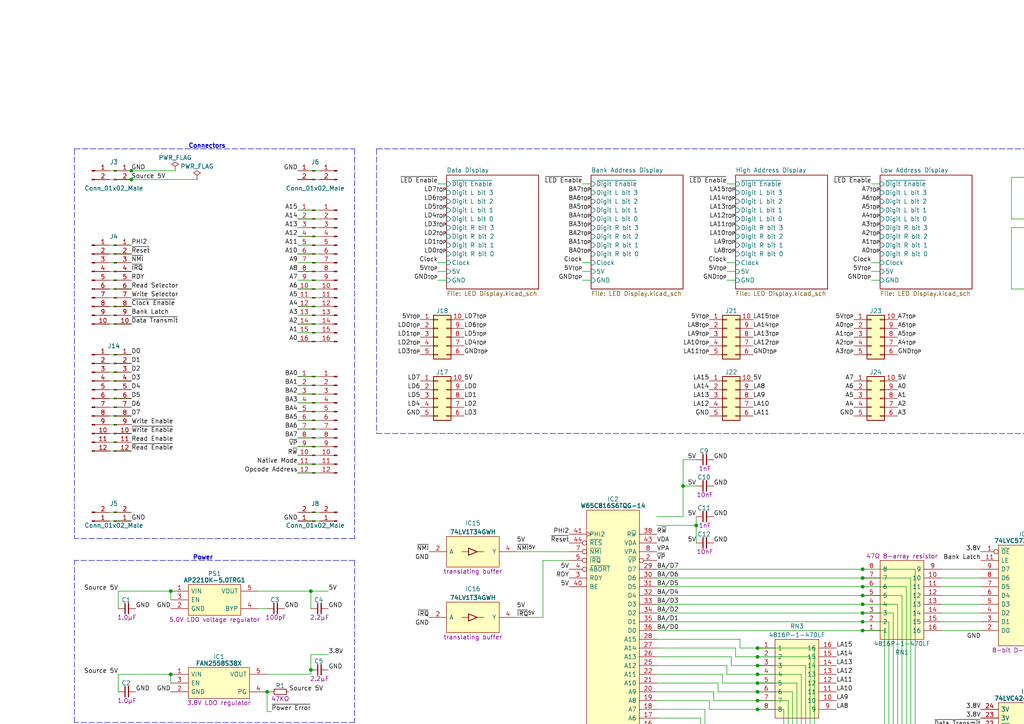
<source format=kicad_sch>
(kicad_sch (version 20211123) (generator eeschema)
  (paper "A4")
  (junction (at 219.71 203.2))
  (junction (at 49.53 171.45))
  (junction (at 90.17 171.45))
  (junction (at 250.19 165.1))
  (junction (at 312.42 228.6))
  (junction (at 38.1 52.07))
  (junction (at 351.79 66.04))
  (junction (at 219.71 187.96))
  (junction (at 219.71 200.66))
  (junction (at 219.71 190.5))
  (junction (at 383.54 57.15))
  (junction (at 312.42 220.98))
  (junction (at 198.12 140.97))
  (junction (at 219.71 205.74))
  (junction (at 351.79 54.61))
  (junction (at 250.19 167.64))
  (junction (at 312.42 233.68))
  (junction (at 312.42 218.44))
  (junction (at 90.17 194.31))
  (junction (at 77.47 200.66))
  (junction (at 250.19 177.8))
  (junction (at 250.19 180.34))
  (junction (at 312.42 231.14))
  (junction (at 219.71 195.58))
  (junction (at 250.19 172.72))
  (junction (at 201.93 152.4))
  (junction (at 250.19 175.26))
  (junction (at 219.71 193.04))
  (junction (at 49.53 195.58))
  (junction (at 344.17 66.04))
  (junction (at 250.19 170.18))
  (junction (at 38.1 49.53))
  (junction (at 312.42 223.52))
  (junction (at 312.42 215.9))
  (junction (at 219.71 198.12))
  (junction (at 312.42 226.06))
  (junction (at 250.19 182.88))
  (junction (at 210.82 321.31))
  (no_connect (at 176.53 290.83))
  (no_connect (at 176.53 293.37))
  (no_connect (at 190.5 226.06))
  (no_connect (at 190.5 231.14))
  (no_connect (at 252.73 331.47))
  (no_connect (at 176.53 331.47))
  (wire (pts (xy 219.71 205.74) (xy 227.33 205.74)))
  (wire (pts (xy 326.39 220.98) (xy 326.39 246.38)))
  (wire (pts (xy 312.42 218.44) (xy 327.66 218.44)))
  (wire (pts (xy 190.5 208.28) (xy 203.2 208.28)))
  (wire (pts (xy 227.33 231.14) (xy 227.33 205.74)))
  (wire (pts (xy 257.81 218.44) (xy 284.48 218.44)))
  (wire (pts (xy 92.71 78.74) (xy 86.36 78.74)))
  (wire (pts (xy 260.35 223.52) (xy 284.48 223.52)))
  (wire (pts (xy 31.75 88.9) (xy 38.1 88.9)))
  (wire (pts (xy 259.08 220.98) (xy 284.48 220.98)))
  (wire (pts (xy 210.82 76.2) (xy 213.36 76.2)))
  (wire (pts (xy 293.37 66.04) (xy 293.37 83.82)))
  (wire (pts (xy 31.75 52.07) (xy 38.1 52.07)))
  (wire (pts (xy 250.19 177.8) (xy 259.08 177.8)))
  (polyline (pts (xy 102.87 162.56) (xy 102.87 209.55)))
  (wire (pts (xy 198.12 248.92) (xy 242.57 248.92)))
  (wire (pts (xy 250.19 182.88) (xy 256.54 182.88)))
  (wire (pts (xy 92.71 60.96) (xy 86.36 60.96)))
  (wire (pts (xy 77.47 195.58) (xy 90.17 195.58)))
  (wire (pts (xy 198.12 133.35) (xy 201.93 133.35)))
  (wire (pts (xy 312.42 228.6) (xy 322.58 228.6)))
  (wire (pts (xy 284.48 167.64) (xy 273.05 167.64)))
  (wire (pts (xy 92.71 49.53) (xy 86.36 49.53)))
  (wire (pts (xy 233.68 193.04) (xy 233.68 218.44)))
  (wire (pts (xy 309.88 231.14) (xy 312.42 231.14)))
  (wire (pts (xy 210.82 323.85) (xy 210.82 321.31)))
  (wire (pts (xy 393.7 119.38) (xy 397.51 119.38)))
  (wire (pts (xy 233.68 218.44) (xy 242.57 218.44)))
  (wire (pts (xy 340.36 68.58) (xy 346.71 68.58)))
  (wire (pts (xy 31.75 91.44) (xy 38.1 91.44)))
  (wire (pts (xy 322.58 254) (xy 322.58 228.6)))
  (wire (pts (xy 284.48 228.6) (xy 262.89 228.6)))
  (wire (pts (xy 256.54 215.9) (xy 284.48 215.9)))
  (wire (pts (xy 92.71 116.84) (xy 86.36 116.84)))
  (wire (pts (xy 92.71 71.12) (xy 86.36 71.12)))
  (wire (pts (xy 252.73 53.34) (xy 255.27 53.34)))
  (polyline (pts (xy 109.22 43.18) (xy 109.22 125.73)))
  (wire (pts (xy 309.88 233.68) (xy 312.42 233.68)))
  (wire (pts (xy 195.58 223.52) (xy 195.58 254)))
  (wire (pts (xy 196.85 251.46) (xy 242.57 251.46)))
  (wire (pts (xy 328.93 111.76) (xy 328.93 109.22)))
  (wire (pts (xy 190.5 177.8) (xy 250.19 177.8)))
  (wire (pts (xy 190.5 190.5) (xy 212.09 190.5)))
  (wire (pts (xy 31.75 107.95) (xy 38.1 107.95)))
  (wire (pts (xy 31.75 76.2) (xy 38.1 76.2)))
  (wire (pts (xy 309.88 223.52) (xy 312.42 223.52)))
  (wire (pts (xy 264.16 167.64) (xy 264.16 231.14)))
  (wire (pts (xy 157.48 179.07) (xy 149.86 179.07)))
  (wire (pts (xy 256.54 215.9) (xy 256.54 182.88)))
  (wire (pts (xy 195.58 254) (xy 242.57 254)))
  (wire (pts (xy 210.82 193.04) (xy 210.82 195.58)))
  (wire (pts (xy 204.47 205.74) (xy 204.47 236.22)))
  (wire (pts (xy 262.89 170.18) (xy 262.89 228.6)))
  (wire (pts (xy 355.6 68.58) (xy 351.79 68.58)))
  (wire (pts (xy 157.48 162.56) (xy 157.48 179.07)))
  (wire (pts (xy 257.81 218.44) (xy 257.81 180.34)))
  (polyline (pts (xy 21.59 43.18) (xy 21.59 156.21)))
  (wire (pts (xy 31.75 110.49) (xy 38.1 110.49)))
  (wire (pts (xy 92.71 129.54) (xy 86.36 129.54)))
  (wire (pts (xy 379.73 73.66) (xy 389.89 73.66)))
  (wire (pts (xy 309.88 177.8) (xy 335.28 177.8)))
  (wire (pts (xy 208.28 198.12) (xy 208.28 200.66)))
  (wire (pts (xy 396.24 109.22) (xy 400.05 109.22)))
  (wire (pts (xy 210.82 318.77) (xy 210.82 321.31)))
  (wire (pts (xy 284.48 170.18) (xy 273.05 170.18)))
  (wire (pts (xy 309.88 170.18) (xy 335.28 170.18)))
  (wire (pts (xy 31.75 105.41) (xy 38.1 105.41)))
  (wire (pts (xy 322.58 254) (xy 335.28 254)))
  (wire (pts (xy 330.2 111.76) (xy 332.74 111.76)))
  (wire (pts (xy 38.1 49.53) (xy 50.8 49.53)))
  (wire (pts (xy 190.5 152.4) (xy 201.93 152.4)))
  (wire (pts (xy 190.5 205.74) (xy 204.47 205.74)))
  (wire (pts (xy 31.75 115.57) (xy 38.1 115.57)))
  (wire (pts (xy 309.88 167.64) (xy 335.28 167.64)))
  (wire (pts (xy 236.22 213.36) (xy 242.57 213.36)))
  (wire (pts (xy 127 53.34) (xy 129.54 53.34)))
  (wire (pts (xy 328.93 104.14) (xy 328.93 106.68)))
  (wire (pts (xy 203.2 208.28) (xy 203.2 238.76)))
  (wire (pts (xy 325.12 248.92) (xy 335.28 248.92)))
  (wire (pts (xy 212.09 193.04) (xy 219.71 193.04)))
  (wire (pts (xy 384.81 64.77) (xy 383.54 64.77)))
  (wire (pts (xy 228.6 228.6) (xy 242.57 228.6)))
  (wire (pts (xy 321.31 256.54) (xy 335.28 256.54)))
  (wire (pts (xy 229.87 226.06) (xy 229.87 200.66)))
  (wire (pts (xy 265.43 233.68) (xy 284.48 233.68)))
  (wire (pts (xy 31.75 128.27) (xy 38.1 128.27)))
  (wire (pts (xy 199.39 246.38) (xy 242.57 246.38)))
  (wire (pts (xy 196.85 220.98) (xy 196.85 251.46)))
  (wire (pts (xy 208.28 200.66) (xy 219.71 200.66)))
  (wire (pts (xy 201.93 241.3) (xy 242.57 241.3)))
  (wire (pts (xy 90.17 189.865) (xy 90.17 194.31)))
  (wire (pts (xy 92.71 83.82) (xy 86.36 83.82)))
  (wire (pts (xy 231.14 223.52) (xy 231.14 198.12)))
  (wire (pts (xy 92.71 81.28) (xy 86.36 81.28)))
  (wire (pts (xy 219.71 200.66) (xy 229.87 200.66)))
  (polyline (pts (xy 102.87 162.56) (xy 21.59 162.56)))
  (wire (pts (xy 92.71 124.46) (xy 86.36 124.46)))
  (wire (pts (xy 351.79 66.04) (xy 351.79 63.5)))
  (wire (pts (xy 92.71 91.44) (xy 86.36 91.44)))
  (wire (pts (xy 347.98 83.82) (xy 337.82 83.82)))
  (wire (pts (xy 326.39 246.38) (xy 335.28 246.38)))
  (wire (pts (xy 190.5 195.58) (xy 209.55 195.58)))
  (wire (pts (xy 309.88 180.34) (xy 335.28 180.34)))
  (wire (pts (xy 34.29 171.45) (xy 34.29 176.53)))
  (polyline (pts (xy 102.87 156.21) (xy 21.59 156.21)))
  (wire (pts (xy 293.37 83.82) (xy 312.42 83.82)))
  (wire (pts (xy 232.41 220.98) (xy 242.57 220.98)))
  (wire (pts (xy 92.71 111.76) (xy 86.36 111.76)))
  (wire (pts (xy 227.33 318.77) (xy 210.82 318.77)))
  (wire (pts (xy 38.1 52.07) (xy 57.15 52.07)))
  (wire (pts (xy 31.75 49.53) (xy 38.1 49.53)))
  (wire (pts (xy 200.66 243.84) (xy 242.57 243.84)))
  (wire (pts (xy 168.91 78.74) (xy 171.45 78.74)))
  (wire (pts (xy 210.82 195.58) (xy 219.71 195.58)))
  (wire (pts (xy 330.2 96.52) (xy 330.2 104.14)))
  (wire (pts (xy 344.17 66.04) (xy 351.79 66.04)))
  (wire (pts (xy 351.79 66.04) (xy 351.79 68.58)))
  (wire (pts (xy 321.31 256.54) (xy 321.31 231.14)))
  (wire (pts (xy 31.75 148.59) (xy 38.1 148.59)))
  (wire (pts (xy 252.73 76.2) (xy 255.27 76.2)))
  (wire (pts (xy 92.71 88.9) (xy 86.36 88.9)))
  (wire (pts (xy 393.7 111.76) (xy 396.24 111.76)))
  (wire (pts (xy 346.71 77.47) (xy 355.6 77.47)))
  (wire (pts (xy 190.5 182.88) (xy 250.19 182.88)))
  (wire (pts (xy 273.05 165.1) (xy 284.48 165.1)))
  (wire (pts (xy 219.71 190.5) (xy 234.95 190.5)))
  (wire (pts (xy 127 78.74) (xy 129.54 78.74)))
  (wire (pts (xy 325.12 223.52) (xy 325.12 248.92)))
  (wire (pts (xy 190.5 200.66) (xy 207.01 200.66)))
  (wire (pts (xy 77.47 176.53) (xy 74.93 176.53)))
  (wire (pts (xy 34.29 171.45) (xy 49.53 171.45)))
  (wire (pts (xy 327.66 218.44) (xy 327.66 243.84)))
  (wire (pts (xy 92.71 132.08) (xy 86.36 132.08)))
  (wire (pts (xy 323.85 251.46) (xy 335.28 251.46)))
  (wire (pts (xy 397.51 111.76) (xy 400.05 111.76)))
  (wire (pts (xy 312.42 215.9) (xy 328.93 215.9)))
  (wire (pts (xy 190.5 203.2) (xy 205.74 203.2)))
  (wire (pts (xy 213.36 187.96) (xy 213.36 190.5)))
  (wire (pts (xy 31.75 73.66) (xy 38.1 73.66)))
  (wire (pts (xy 92.71 66.04) (xy 86.36 66.04)))
  (wire (pts (xy 31.75 120.65) (xy 38.1 120.65)))
  (polyline (pts (xy 21.59 209.55) (xy 21.59 162.56)))
  (wire (pts (xy 309.88 182.88) (xy 335.28 182.88)))
  (wire (pts (xy 168.91 81.28) (xy 171.45 81.28)))
  (wire (pts (xy 190.5 172.72) (xy 250.19 172.72)))
  (wire (pts (xy 250.19 172.72) (xy 261.62 172.72)))
  (wire (pts (xy 190.5 198.12) (xy 208.28 198.12)))
  (wire (pts (xy 364.49 83.82) (xy 353.06 83.82)))
  (wire (pts (xy 203.2 238.76) (xy 242.57 238.76)))
  (wire (pts (xy 204.47 236.22) (xy 242.57 236.22)))
  (wire (pts (xy 309.88 165.1) (xy 335.28 165.1)))
  (wire (pts (xy 383.54 64.77) (xy 383.54 57.15)))
  (wire (pts (xy 312.42 220.98) (xy 326.39 220.98)))
  (wire (pts (xy 219.71 195.58) (xy 232.41 195.58)))
  (wire (pts (xy 229.87 226.06) (xy 242.57 226.06)))
  (wire (pts (xy 168.91 76.2) (xy 171.45 76.2)))
  (wire (pts (xy 31.75 102.87) (xy 38.1 102.87)))
  (wire (pts (xy 209.55 195.58) (xy 209.55 198.12)))
  (wire (pts (xy 264.16 231.14) (xy 284.48 231.14)))
  (wire (pts (xy 190.5 220.98) (xy 196.85 220.98)))
  (wire (pts (xy 250.19 175.26) (xy 260.35 175.26)))
  (wire (pts (xy 90.17 189.865) (xy 95.25 189.865)))
  (wire (pts (xy 176.53 316.23) (xy 227.33 316.23)))
  (polyline (pts (xy 21.59 43.18) (xy 102.87 43.18)))
  (wire (pts (xy 232.41 195.58) (xy 232.41 220.98)))
  (wire (pts (xy 168.91 53.34) (xy 171.45 53.34)))
  (wire (pts (xy 284.48 180.34) (xy 273.05 180.34)))
  (wire (pts (xy 330.2 119.38) (xy 330.2 111.76)))
  (wire (pts (xy 383.54 57.15) (xy 384.81 57.15)))
  (wire (pts (xy 190.5 170.18) (xy 250.19 170.18)))
  (wire (pts (xy 92.71 68.58) (xy 86.36 68.58)))
  (wire (pts (xy 77.47 206.375) (xy 78.74 206.375)))
  (wire (pts (xy 92.71 76.2) (xy 86.36 76.2)))
  (wire (pts (xy 328.93 215.9) (xy 328.93 241.3)))
  (wire (pts (xy 351.79 54.61) (xy 355.6 54.61)))
  (wire (pts (xy 190.5 193.04) (xy 210.82 193.04)))
  (wire (pts (xy 284.48 182.88) (xy 273.05 182.88)))
  (wire (pts (xy 214.63 185.42) (xy 190.5 185.42)))
  (wire (pts (xy 34.29 195.58) (xy 49.53 195.58)))
  (wire (pts (xy 210.82 78.74) (xy 213.36 78.74)))
  (wire (pts (xy 190.5 210.82) (xy 201.93 210.82)))
  (wire (pts (xy 323.85 251.46) (xy 323.85 226.06)))
  (wire (pts (xy 213.36 190.5) (xy 219.71 190.5)))
  (wire (pts (xy 210.82 313.69) (xy 227.33 313.69)))
  (wire (pts (xy 393.7 96.52) (xy 397.51 96.52)))
  (wire (pts (xy 90.17 194.31) (xy 90.17 195.58)))
  (wire (pts (xy 176.53 326.39) (xy 227.33 326.39)))
  (wire (pts (xy 309.88 172.72) (xy 335.28 172.72)))
  (wire (pts (xy 31.75 113.03) (xy 38.1 113.03)))
  (wire (pts (xy 201.93 210.82) (xy 201.93 241.3)))
  (wire (pts (xy 312.42 223.52) (xy 325.12 223.52)))
  (wire (pts (xy 293.37 63.5) (xy 293.37 51.435)))
  (wire (pts (xy 328.93 109.22) (xy 332.74 109.22)))
  (wire (pts (xy 201.93 152.4) (xy 201.93 157.48)))
  (wire (pts (xy 190.5 175.26) (xy 250.19 175.26)))
  (wire (pts (xy 396.24 111.76) (xy 396.24 109.22)))
  (wire (pts (xy 219.71 198.12) (xy 231.14 198.12)))
  (wire (pts (xy 176.53 280.67) (xy 210.82 280.67)))
  (wire (pts (xy 92.71 63.5) (xy 86.36 63.5)))
  (wire (pts (xy 309.88 215.9) (xy 312.42 215.9)))
  (wire (pts (xy 31.75 125.73) (xy 38.1 125.73)))
  (wire (pts (xy 219.71 187.96) (xy 236.22 187.96)))
  (wire (pts (xy 312.42 231.14) (xy 321.31 231.14)))
  (wire (pts (xy 320.04 259.08) (xy 320.04 233.68)))
  (polyline (pts (xy 109.22 125.73) (xy 435.61 125.73)))
  (wire (pts (xy 92.71 127) (xy 86.36 127)))
  (wire (pts (xy 31.75 123.19) (xy 38.1 123.19)))
  (wire (pts (xy 309.88 66.04) (xy 293.37 66.04)))
  (wire (pts (xy 92.71 148.59) (xy 86.36 148.59)))
  (wire (pts (xy 210.82 280.67) (xy 210.82 313.69)))
  (wire (pts (xy 312.42 226.06) (xy 323.85 226.06)))
  (wire (pts (xy 326.39 104.14) (xy 328.93 104.14)))
  (wire (pts (xy 346.71 54.61) (xy 351.79 54.61)))
  (wire (pts (xy 328.93 241.3) (xy 335.28 241.3)))
  (wire (pts (xy 77.47 200.66) (xy 77.47 206.375)))
  (wire (pts (xy 49.53 195.58) (xy 49.53 198.12)))
  (wire (pts (xy 207.01 203.2) (xy 219.71 203.2)))
  (wire (pts (xy 284.48 226.06) (xy 261.62 226.06)))
  (wire (pts (xy 205.74 203.2) (xy 205.74 205.74)))
  (wire (pts (xy 344.17 66.04) (xy 340.36 66.04)))
  (wire (pts (xy 346.71 63.5) (xy 340.36 63.5)))
  (wire (pts (xy 92.71 52.07) (xy 86.36 52.07)))
  (wire (pts (xy 92.71 134.62) (xy 86.36 134.62)))
  (wire (pts (xy 261.62 172.72) (xy 261.62 226.06)))
  (wire (pts (xy 265.43 165.1) (xy 265.43 233.68)))
  (polyline (pts (xy 435.61 125.73) (xy 435.61 43.18)))
  (wire (pts (xy 397.51 104.14) (xy 400.05 104.14)))
  (wire (pts (xy 293.37 51.435) (xy 344.17 51.435)))
  (wire (pts (xy 259.08 220.98) (xy 259.08 177.8)))
  (wire (pts (xy 74.93 171.45) (xy 90.17 171.45)))
  (wire (pts (xy 210.82 53.34) (xy 213.36 53.34)))
  (wire (pts (xy 92.71 93.98) (xy 86.36 93.98)))
  (wire (pts (xy 320.04 259.08) (xy 335.28 259.08)))
  (wire (pts (xy 250.19 170.18) (xy 262.89 170.18)))
  (wire (pts (xy 149.86 160.02) (xy 165.1 160.02)))
  (wire (pts (xy 397.51 73.66) (xy 400.05 73.66)))
  (wire (pts (xy 198.12 149.86) (xy 198.12 140.97)))
  (wire (pts (xy 250.19 165.1) (xy 265.43 165.1)))
  (wire (pts (xy 397.51 119.38) (xy 397.51 111.76)))
  (wire (pts (xy 205.74 205.74) (xy 219.71 205.74)))
  (polyline (pts (xy 102.87 43.18) (xy 102.87 156.21)))
  (wire (pts (xy 90.17 171.45) (xy 95.25 171.45)))
  (polyline (pts (xy 109.22 43.18) (xy 435.61 43.18)))
  (wire (pts (xy 214.63 187.96) (xy 219.71 187.96)))
  (wire (pts (xy 227.33 231.14) (xy 242.57 231.14)))
  (wire (pts (xy 346.71 54.61) (xy 346.71 63.5)))
  (wire (pts (xy 252.73 81.28) (xy 255.27 81.28)))
  (wire (pts (xy 327.66 243.84) (xy 335.28 243.84)))
  (wire (pts (xy 260.35 223.52) (xy 260.35 175.26)))
  (wire (pts (xy 31.75 118.11) (xy 38.1 118.11)))
  (wire (pts (xy 78.74 200.66) (xy 77.47 200.66)))
  (wire (pts (xy 234.95 215.9) (xy 242.57 215.9)))
  (wire (pts (xy 284.48 175.26) (xy 273.05 175.26)))
  (wire (pts (xy 190.5 180.34) (xy 250.19 180.34)))
  (wire (pts (xy 92.71 114.3) (xy 86.36 114.3)))
  (wire (pts (xy 396.24 104.14) (xy 396.24 106.68)))
  (wire (pts (xy 393.7 104.14) (xy 396.24 104.14)))
  (wire (pts (xy 236.22 187.96) (xy 236.22 213.36)))
  (wire (pts (xy 227.33 323.85) (xy 210.82 323.85)))
  (wire (pts (xy 309.88 63.5) (xy 293.37 63.5)))
  (wire (pts (xy 31.75 78.74) (xy 38.1 78.74)))
  (wire (pts (xy 346.71 68.58) (xy 346.71 77.47)))
  (wire (pts (xy 190.5 167.64) (xy 250.19 167.64)))
  (wire (pts (xy 127 76.2) (xy 129.54 76.2)))
  (wire (pts (xy 92.71 151.13) (xy 86.36 151.13)))
  (wire (pts (xy 309.88 175.26) (xy 335.28 175.26)))
  (wire (pts (xy 190.5 187.96) (xy 213.36 187.96)))
  (wire (pts (xy 207.01 200.66) (xy 207.01 203.2)))
  (wire (pts (xy 250.19 180.34) (xy 257.81 180.34)))
  (wire (pts (xy 190.5 165.1) (xy 250.19 165.1)))
  (wire (pts (xy 364.49 54.61) (xy 360.68 54.61)))
  (wire (pts (xy 31.75 71.12) (xy 38.1 71.12)))
  (wire (pts (xy 231.14 223.52) (xy 242.57 223.52)))
  (wire (pts (xy 284.48 177.8) (xy 273.05 177.8)))
  (wire (pts (xy 228.6 228.6) (xy 228.6 203.2)))
  (wire (pts (xy 210.82 321.31) (xy 176.53 321.31)))
  (wire (pts (xy 31.75 130.81) (xy 38.1 130.81)))
  (wire (pts (xy 351.79 54.61) (xy 351.79 58.42)))
  (wire (pts (xy 252.73 78.74) (xy 255.27 78.74)))
  (wire (pts (xy 92.71 99.06) (xy 86.36 99.06)))
  (wire (pts (xy 31.75 86.36) (xy 38.1 86.36)))
  (wire (pts (xy 382.27 57.15) (xy 383.54 57.15)))
  (wire (pts (xy 92.71 96.52) (xy 86.36 96.52)))
  (wire (pts (xy 190.5 149.86) (xy 198.12 149.86)))
  (wire (pts (xy 326.39 119.38) (xy 330.2 119.38)))
  (wire (pts (xy 90.17 171.45) (xy 90.17 176.53)))
  (wire (pts (xy 127 81.28) (xy 129.54 81.28)))
  (wire (pts (xy 198.12 218.44) (xy 190.5 218.44)))
  (wire (pts (xy 165.1 162.56) (xy 157.48 162.56)))
  (wire (pts (xy 190.5 213.36) (xy 200.66 213.36)))
  (wire (pts (xy 92.71 121.92) (xy 86.36 121.92)))
  (wire (pts (xy 31.75 93.98) (xy 38.1 93.98)))
  (wire (pts (xy 219.71 203.2) (xy 228.6 203.2)))
  (wire (pts (xy 212.09 190.5) (xy 212.09 193.04)))
  (wire (pts (xy 234.95 190.5) (xy 234.95 215.9)))
  (wire (pts (xy 200.66 213.36) (xy 200.66 243.84)))
  (wire (pts (xy 209.55 198.12) (xy 219.71 198.12)))
  (wire (pts (xy 92.71 137.16) (xy 86.36 137.16)))
  (wire (pts (xy 309.88 228.6) (xy 312.42 228.6)))
  (wire (pts (xy 92.71 109.22) (xy 86.36 109.22)))
  (wire (pts (xy 31.75 83.82) (xy 38.1 83.82)))
  (wire (pts (xy 326.39 111.76) (xy 328.93 111.76)))
  (wire (pts (xy 364.49 77.47) (xy 360.68 77.47)))
  (wire (pts (xy 210.82 81.28) (xy 213.36 81.28)))
  (wire (pts (xy 198.12 140.97) (xy 201.93 140.97)))
  (wire (pts (xy 199.39 215.9) (xy 199.39 246.38)))
  (wire (pts (xy 344.17 51.435) (xy 344.17 66.04)))
  (wire (pts (xy 309.88 220.98) (xy 312.42 220.98)))
  (wire (pts (xy 201.93 152.4) (xy 201.93 149.86)))
  (wire (pts (xy 31.75 151.13) (xy 38.1 151.13)))
  (wire (pts (xy 219.71 193.04) (xy 233.68 193.04)))
  (wire (pts (xy 190.5 223.52) (xy 195.58 223.52)))
  (wire (pts (xy 330.2 104.14) (xy 332.74 104.14)))
  (wire (pts (xy 49.53 173.99) (xy 49.53 171.45)))
  (wire (pts (xy 284.48 172.72) (xy 273.05 172.72)))
  (wire (pts (xy 198.12 140.97) (xy 198.12 133.35)))
  (wire (pts (xy 92.71 73.66) (xy 86.36 73.66)))
  (wire (pts (xy 309.88 226.06) (xy 312.42 226.06)))
  (polyline (pts (xy 102.87 209.55) (xy 21.59 209.55)))
  (wire (pts (xy 309.88 218.44) (xy 312.42 218.44)))
  (wire (pts (xy 198.12 248.92) (xy 198.12 218.44)))
  (wire (pts (xy 92.71 86.36) (xy 86.36 86.36)))
  (wire (pts (xy 34.29 195.58) (xy 34.29 200.66)))
  (wire (pts (xy 214.63 187.96) (xy 214.63 185.42)))
  (wire (pts (xy 328.93 106.68) (xy 332.74 106.68)))
  (wire (pts (xy 250.19 167.64) (xy 264.16 167.64)))
  (wire (pts (xy 397.51 96.52) (xy 397.51 104.14)))
  (wire (pts (xy 190.5 215.9) (xy 199.39 215.9)))
  (wire (pts (xy 312.42 233.68) (xy 320.04 233.68)))
  (wire (pts (xy 364.49 68.58) (xy 360.68 68.58)))
  (wire (pts (xy 31.75 81.28) (xy 38.1 81.28)))
  (wire (pts (xy 326.39 96.52) (xy 330.2 96.52)))
  (wire (pts (xy 396.24 106.68) (xy 400.05 106.68)))
  (wire (pts (xy 92.71 119.38) (xy 86.36 119.38)))
  (text "Power" (at 55.88 162.56 0) (effects (font (size 1.27 1.27) (thickness 0.254) bold) (justify left bottom)))
  (text "Connectors" (at 54.61 43.18 0) (effects (font (size 1.27 1.27) (thickness 0.254) bold) (justify left bottom)))
  (label "Clock" (at 364.49 83.82 0))
  (label "A5_{TOP}" (at 255.27 60.96 180))
  (label "A10" (at 86.36 73.66 180))
  (label "Write Enable" (at 252.73 316.23 0))
  (label "R~{W}" (at 190.5 154.94 0))
  (label "~{Clock Enable}" (at 151.13 327.66 180))
  (label "A6_{TOP}" (at 260.35 95.25 0))
  (label "3.8V" (at 388.62 195.58 0))
  (label "D0" (at 335.28 241.3 0))
  (label "LD3_{TOP}" (at 129.54 66.04 180))
  (label "A4_{TOP}" (at 260.35 100.33 0))
  (label "A2" (at 86.36 93.98 180))
  (label "5V" (at 165.1 170.18 180))
  (label "A7" (at 86.36 81.28 180))
  (label "D5" (at 335.28 254 0))
  (label "3.8V" (at 284.48 205.74 180))
  (label "GND" (at 284.48 236.22 180))
  (label "PHI2" (at 38.1 71.12 0))
  (label "A5" (at 247.65 115.57 180))
  (label "LA8" (at 242.57 205.74 0))
  (label "LD0_{TOP}" (at 129.54 73.66 180))
  (label "BA7_{TOP}" (at 171.45 55.88 180))
  (label "5V" (at 134.62 110.49 0))
  (label "LD5" (at 121.92 115.57 180))
  (label "BA6_{TOP}" (at 171.45 58.42 180))
  (label "~{Write Enable}_{TOP}" (at 318.77 104.14 180))
  (label "~{NMI}" (at 124.46 160.02 180))
  (label "LD5_{TOP}" (at 134.62 97.79 0))
  (label "3.8V" (at 289.56 308.61 180))
  (label "LD3_{TOP}" (at 121.92 102.87 180))
  (label "GND_{TOP}" (at 410.21 57.15 0))
  (label "GND_{TOP}" (at 420.37 104.14 0))
  (label "LD0" (at 335.28 215.9 0))
  (label "D3" (at 335.28 248.92 0))
  (label "Opcode Address_{TOP}" (at 386.08 119.38 180))
  (label "GND_{TOP}" (at 260.35 102.87 0))
  (label "RDY" (at 165.1 167.64 180))
  (label "BA1_{TOP}" (at 374.65 177.8 180))
  (label "5V_{TOP}" (at 309.88 68.58 180))
  (label "Source 5V" (at 34.29 195.58 180))
  (label "A0" (at 260.35 113.03 0))
  (label "A0_{TOP}" (at 255.27 73.66 180))
  (label "GND_{TOP}" (at 422.91 68.58 0))
  (label "GND_{TOP}" (at 127 81.28 180))
  (label "BA7" (at 86.36 127 180))
  (label "5V_{TOP}" (at 210.82 78.74 180))
  (label "E" (at 190.5 228.6 0))
  (label "Write Enable" (at 388.62 198.12 0))
  (label "Source 5V" (at 34.29 171.45 180))
  (label "GND" (at 227.33 334.01 180))
  (label "LA9_{TOP}" (at 205.74 97.79 180))
  (label "LA11_{TOP}" (at 213.36 66.04 180))
  (label "GND_{TOP}" (at 134.62 102.87 0))
  (label "Opcode Address" (at 86.36 137.16 180))
  (label "GND" (at 151.13 355.6 180))
  (label "BA0_{TOP}" (at 171.45 73.66 180))
  (label "3.8V" (at 252.73 313.69 0))
  (label "LA9" (at 218.44 115.57 0))
  (label "LA8_{TOP}" (at 213.36 73.66 180))
  (label "3.8V" (at 284.48 208.28 180))
  (label "BA3" (at 86.36 116.84 180))
  (label "A15" (at 86.36 60.96 180))
  (label "5V" (at 201.93 149.86 180))
  (label "R~{W}" (at 151.13 280.67 180))
  (label "~{Read Enable}_{TOP}" (at 318.77 119.38 180))
  (label "LD6" (at 121.92 113.03 180))
  (label "GND_{TOP}" (at 364.49 68.58 0))
  (label "GND" (at 121.92 120.65 180))
  (label "GND" (at 205.74 120.65 180))
  (label "BA3_{TOP}" (at 374.65 182.88 180))
  (label "BA6_{TOP}" (at 387.35 175.26 0))
  (label "GND" (at 38.1 151.13 0))
  (label "LA14" (at 205.74 113.03 180))
  (label "Native Mode" (at 176.53 283.21 0))
  (label "Write Selector" (at 151.13 314.96 180))
  (label "5V" (at 201.93 157.48 180))
  (label "3.8V" (at 289.56 335.28 180))
  (label "GND_{TOP}" (at 353.06 109.22 0))
  (label "A0" (at 86.36 99.06 180))
  (label "Source 5V" (at 83.82 200.66 0))
  (label "Opcode Address_{TOP}" (at 374.65 170.18 180))
  (label "LD4" (at 121.92 118.11 180))
  (label "Write Selector OR ~{Clock Enable}" (at 176.53 316.23 0))
  (label "GND_{TOP}" (at 420.37 109.22 0))
  (label "BA2" (at 86.36 114.3 180))
  (label "Clock" (at 127 76.2 180))
  (label "5V_{TOP}" (at 389.89 64.77 0))
  (label "BA{slash}D1" (at 190.5 180.34 0))
  (label "BA5" (at 335.28 170.18 0))
  (label "D6" (at 38.1 118.11 0))
  (label "LA9" (at 242.57 203.2 0))
  (label "Native Mode" (at 375.92 200.66 180))
  (label "BA4_{TOP}" (at 171.45 63.5 180))
  (label "Bank Latch" (at 38.1 91.44 0))
  (label "A2" (at 260.35 118.11 0))
  (label "LA12_{TOP}" (at 218.44 100.33 0))
  (label "LA14_{TOP}" (at 218.44 95.25 0))
  (label "D7" (at 38.1 120.65 0))
  (label "A5" (at 242.57 241.3 0))
  (label "~{Write Enable}" (at 38.1 125.73 0))
  (label "A15" (at 242.57 213.36 0))
  (label "3.8V_{TOP}" (at 337.82 81.28 0))
  (label "GND" (at 151.13 295.91 180))
  (label "A4" (at 86.36 88.9 180))
  (label "BA5" (at 86.36 121.92 180))
  (label "GND" (at 207.01 149.86 0))
  (label "~{Power Error}" (at 78.74 206.375 0))
  (label "R~{W}" (at 86.36 132.08 180))
  (label "A7" (at 242.57 236.22 0))
  (label "LD4" (at 335.28 226.06 0))
  (label "GND" (at 165.1 231.14 180))
  (label "GND" (at 49.53 200.66 180))
  (label "VPA" (at 151.13 322.58 180))
  (label "D6" (at 335.28 256.54 0))
  (label "PHI2" (at 165.1 154.94 180))
  (label "A13" (at 242.57 218.44 0))
  (label "GND_{TOP}" (at 312.42 86.36 180))
  (label "A7_{TOP}" (at 255.27 55.88 180))
  (label "BA{slash}D4" (at 190.5 172.72 0))
  (label "LD4_{TOP}" (at 129.54 63.5 180))
  (label "A14" (at 242.57 215.9 0))
  (label "5V" (at 201.93 140.97 180))
  (label "LA10" (at 218.44 118.11 0))
  (label "5V" (at 420.37 218.44 180))
  (label "VPA" (at 190.5 160.02 0))
  (label "LA10_{TOP}" (at 213.36 68.58 180))
  (label "3.8V" (at 309.88 160.02 0))
  (label "Read Selector" (at 151.13 325.12 180))
  (label "5V_{TOP}" (at 374.65 172.72 180))
  (label "R~{W}_{TOP}" (at 374.65 165.1 180))
  (label "BA1" (at 86.36 111.76 180))
  (label "LD2" (at 134.62 118.11 0))
  (label "R~{W}" (at 227.33 321.31 180))
  (label "LD3" (at 134.62 120.65 0))
  (label "GND" (at 95.25 194.31 0))
  (label "GND" (at 425.45 227.33 0))
  (label "~{VP}" (at 86.36 129.54 180))
  (label "5V" (at 260.35 110.49 0))
  (label "LD6" (at 335.28 231.14 0))
  (label "GND" (at 151.13 330.2 180))
  (label "~{VP}_{TOP}" (at 386.08 96.52 180))
  (label "GND" (at 247.65 120.65 180))
  (label "GND" (at 284.48 185.42 180))
  (label "GND_{TOP}" (at 387.35 182.88 0))
  (label "BA6" (at 86.36 124.46 180))
  (label "A14" (at 86.36 63.5 180))
  (label "GND" (at 207.01 133.35 0))
  (label "5V_{TOP}" (at 127 78.74 180))
  (label "3.8V" (at 176.53 313.69 0))
  (label "~{IRQ}" (at 124.46 179.07 180))
  (label "~{IRQ}^{5V}" (at 149.86 179.07 0))
  (label "~{VP}" (at 190.5 162.56 0))
  (label "Opcode Address" (at 176.53 351.79 0))
  (label "A5" (at 86.36 86.36 180))
  (label "VPA" (at 151.13 353.06 180))
  (label "R~{W}" (at 375.92 198.12 180))
  (label "A0_{TOP}" (at 247.65 95.25 180))
  (label "GND" (at 39.37 176.53 0))
  (label "Read Enable" (at 151.13 288.29 180))
  (label "Read Enable_{TOP}" (at 318.77 111.76 180))
  (label "A4_{TOP}" (at 255.27 63.5 180))
  (label "GND" (at 425.45 200.66 0))
  (label "3.8V" (at 95.25 189.865 0))
  (label "LA13" (at 205.74 115.57 180))
  (label "~{VP}_{TOP}" (at 374.65 162.56 180))
  (label "Valid Address" (at 176.53 321.31 0))
  (label "GND" (at 227.33 331.47 180))
  (label "GND" (at 309.88 238.76 0))
  (label "A1_{TOP}" (at 255.27 71.12 180))
  (label "Write Enable" (at 38.1 123.19 0))
  (label "A6" (at 247.65 113.03 180))
  (label "D4" (at 38.1 113.03 0))
  (label "BA3" (at 388.62 218.44 0))
  (label "3.8V" (at 289.56 317.5 180))
  (label "BA0" (at 388.62 210.82 0))
  (label "GND" (at 294.64 308.61 0))
  (label "GND" (at 165.1 228.6 180))
  (label "GND_{TOP}" (at 405.13 73.66 0))
  (label "5V" (at 309.88 205.74 0))
  (label "GND_{TOP}" (at 387.35 170.18 0))
  (label "~{LED Enable}" (at 252.73 53.34 180))
  (label "A7" (at 247.65 110.49 180))
  (label "5V_{TOP}" (at 374.65 73.66 180))
  (label "A12" (at 242.57 220.98 0))
  (label "GND" (at 165.1 226.06 180))
  (label "LD6_{TOP}" (at 129.54 58.42 180))
  (label "5V_{TOP}" (at 205.74 92.71 180))
  (label "GND" (at 207.01 157.48 0))
  (label "LD1_{TOP}" (at 129.54 71.12 180))
  (label "VDA" (at 151.13 320.04 180))
  (label "3.8V" (at 420.37 209.55 180))
  (label "GND_{TOP}" (at 420.37 111.76 0))
  (label "5V" (at 149.86 157.48 0))
  (label "A9" (at 86.36 76.2 180))
  (label "Bank Latch" (at 284.48 162.56 180))
  (label "BA4_{TOP}" (at 387.35 180.34 0))
  (label "3.8V" (at 176.53 349.25 0))
  (label "LD1_{TOP}" (at 121.92 97.79 180))
  (label "LA11_{TOP}" (at 205.74 102.87 180))
  (label "A8" (at 86.36 78.74 180))
  (label "LA15" (at 205.74 110.49 180))
  (label "LA13_{TOP}" (at 213.36 60.96 180))
  (label "Write Selector" (at 38.1 86.36 0))
  (label "LD5" (at 335.28 228.6 0))
  (label "GND" (at 227.33 328.93 180))
  (label "5V_{TOP}" (at 168.91 78.74 180))
  (label "~{LED Enable}" (at 127 53.34 180))
  (label "GND" (at 151.13 335.28 180))
  (label "Read Selector OR ~{Clock Enable}" (at 176.53 326.39 0))
  (label "LD1" (at 134.62 115.57 0))
  (label "BA7" (at 375.92 208.28 180))
  (label "LD7_{TOP}" (at 134.62 92.71 0))
  (label "BA3" (at 335.28 175.26 0))
  (label "GND" (at 38.1 49.53 0))
  (label "GND" (at 207.01 140.97 0))
  (label "D3" (at 38.1 110.49 0))
  (label "GND" (at 151.13 332.74 180))
  (label "LA10" (at 242.57 200.66 0))
  (label "D7" (at 335.28 259.08 0))
  (label "BA6" (at 335.28 167.64 0))
  (label "LD2_{TOP}" (at 129.54 68.58 180))
  (label "D4" (at 335.28 251.46 0))
  (label "Read Enable" (at 388.62 203.2 0))
  (label "RDY" (at 38.1 81.28 0))
  (label "GND" (at 39.37 200.66 0))
  (label "5V_{TOP}" (at 340.36 60.96 0))
  (label "~{IRQ}" (at 38.1 78.74 0))
  (label "GND" (at 151.13 293.37 180))
  (label "~{Write Enable}" (at 176.53 285.75 0))
  (label "Read Enable_{TOP}" (at 387.35 165.1 0))
  (label "Write Enable_{TOP}" (at 318.77 96.52 180))
  (label "LD0" (at 134.62 113.03 0))
  (label "LD0_{TOP}" (at 121.92 95.25 180))
  (label "GND" (at 375.92 218.44 180))
  (label "BA4" (at 375.92 215.9 180))
  (label "~{Read Enable}" (at 38.1 130.81 0))
  (label "~{Reset}" (at 38.1 73.66 0))
  (label "Clock" (at 252.73 76.2 180))
  (label "3.8V" (at 284.48 160.02 180))
  (label "A1" (at 260.35 115.57 0))
  (label "BA7" (at 335.28 165.1 0))
  (label "D2" (at 335.28 246.38 0))
  (label "3.8V_{TOP}" (at 374.65 160.02 180))
  (label "Read Enable" (at 252.73 323.85 0))
  (label "~{VP}" (at 375.92 195.58 180))
  (label "BA2" (at 388.62 215.9 0))
  (label "GND" (at 284.48 238.76 180))
  (label "A3" (at 242.57 246.38 0))
  (label "LD2" (at 335.28 220.98 0))
  (label "LA14" (at 242.57 190.5 0))
  (label "GND" (at 227.33 336.55 180))
  (label "BA1" (at 388.62 213.36 0))
  (label "LA15_{TOP}" (at 218.44 92.71 0))
  (label "GND" (at 86.36 151.13 180))
  (label "BA{slash}D3" (at 190.5 175.26 0))
  (label "~{Data Transmit}" (at 38.1 93.98 0))
  (label "BA2" (at 335.28 177.8 0))
  (label "5V" (at 420.37 227.33 180))
  (label "BA2_{TOP}" (at 171.45 68.58 180))
  (label "BA0" (at 86.36 109.22 180))
  (label "~{NMI}" (at 38.1 76.2 0))
  (label "VDA" (at 151.13 350.52 180))
  (label "~{NMI}^{5V}" (at 149.86 160.02 0))
  (label "~{Read Enable}_{TOP}" (at 387.35 167.64 0))
  (label "LD2_{TOP}" (at 121.92 100.33 180))
  (label "A6_{TOP}" (at 255.27 58.42 180))
  (label "~{Clock Enable}" (at 38.1 88.9 0))
  (label "BA0" (at 335.28 182.88 0))
  (label "A11" (at 86.36 71.12 180))
  (label "BA{slash}D6" (at 190.5 167.64 0))
  (label "GND" (at 151.13 290.83 180))
  (label "A1_{TOP}" (at 247.65 97.79 180))
  (label "LA13" (at 242.57 193.04 0))
  (label "GND" (at 124.46 181.61 180))
  (label "3.8V_{TOP}" (at 417.83 68.58 180))
  (label "~{Clock Enable}" (at 151.13 317.5 180))
  (label "Power LED" (at 389.89 73.66 180))
  (label "LA15_{TOP}" (at 213.36 55.88 180))
  (label "BA{slash}D7" (at 190.5 165.1 0))
  (label "GND_{TOP}" (at 210.82 81.28 180))
  (label "BA5" (at 375.92 213.36 180))
  (label "5V" (at 165.1 165.1 180))
  (label "GND_{TOP}" (at 364.49 77.47 0))
  (label "~{Read Enable}" (at 176.53 288.29 0))
  (label "A3" (at 86.36 91.44 180))
  (label "BA7_{TOP}" (at 387.35 172.72 0))
  (label "GND_{TOP}" (at 218.44 102.87 0))
  (label "R~{W}" (at 284.48 213.36 180))
  (label "LD7_{TOP}" (at 129.54 55.88 180))
  (label "Source 5V" (at 38.1 52.07 0))
  (label "GND_{TOP}" (at 420.37 106.68 0))
  (label "GND" (at 294.64 326.39 0))
  (label "A4" (at 242.57 243.84 0))
  (label "LA9_{TOP}" (at 213.36 71.12 180))
  (label "A12" (at 86.36 68.58 180))
  (label "BA6" (at 375.92 210.82 180))
  (label "GND" (at 294.64 335.28 0))
  (label "5V_{TOP}" (at 252.73 78.74 180))
  (label "A2_{TOP}" (at 247.65 100.33 180))
  (label "GND_{TOP}" (at 353.06 106.68 0))
  (label "GND" (at 375.92 205.74 180))
  (label "Write Enable" (at 151.13 285.75 180))
  (label "A1" (at 242.57 251.46 0))
  (label "LA11" (at 242.57 198.12 0))
  (label "GND" (at 425.45 209.55 0))
  (label "D2" (at 38.1 107.95 0))
  (label "D5" (at 38.1 115.57 0))
  (label "LA12" (at 242.57 195.58 0))
  (label "~{Write Enable}_{TOP}" (at 387.35 162.56 0))
  (label "BA5_{TOP}" (at 171.45 60.96 180))
  (label "GND" (at 294.64 317.5 0))
  (label "LD1" (at 335.28 218.44 0))
  (label "LD3" (at 335.28 223.52 0))
  (label "Read Selector" (at 38.1 83.82 0))
  (label "E" (at 151.13 283.21 180))
  (label "A2_{TOP}" (at 255.27 68.58 180))
  (label "LD4_{TOP}" (at 134.62 100.33 0))
  (label "~{LED Enable}" (at 168.91 53.34 180))
  (label "A3_{TOP}" (at 255.27 66.04 180))
  (label "A1" (at 86.36 96.52 180))
  (label "GND" (at 82.55 176.53 0))
  (label "LA12_{TOP}" (at 213.36 63.5 180))
  (label "R~{W}_{TOP}" (at 386.08 104.14 180))
  (label "A2" (at 242.57 248.92 0))
  (label "A7_{TOP}" (at 260.35 92.71 0))
  (label "GND" (at 95.25 176.53 0))
  (label "Native Mode_{TOP}" (at 374.65 167.64 180))
  (label "LD5_{TOP}" (at 129.54 60.96 180))
  (label "A10" (at 242.57 226.06 0))
  (label "BA{slash}D2" (at 190.5 177.8 0))
  (label "BA1_{TOP}" (at 171.45 71.12 180))
  (label "A3_{TOP}" (at 247.65 102.87 180))
  (label "5V" (at 218.44 110.49 0))
  (label "LA10_{TOP}" (at 205.74 100.33 180))
  (label "A5_{TOP}" (at 260.35 97.79 0))
  (label "BA4" (at 86.36 119.38 180))
  (label "A0" (at 242.57 254 0))
  (label "GND" (at 425.45 218.44 0))
  (label "LA14_{TOP}" (at 213.36 58.42 180))
  (label "5V_{TOP}" (at 121.92 92.71 180))
  (label "5V" (at 388.62 208.28 0))
  (label "BA1" (at 335.28 180.34 0))
  (label "A13" (at 86.36 66.04 180))
  (label "LA8_{TOP}" (at 205.74 95.25 180))
  (label "5V" (at 201.93 133.35 180))
  (label "BA0_{TOP}" (at 374.65 175.26 180))
  (label "D0" (at 38.1 102.87 0))
  (label "D1" (at 38.1 105.41 0))
  (label "BA4" (at 335.28 172.72 0))
  (label "A4" (at 247.65 118.11 180))
  (label "3.8V" (at 289.56 326.39 180))
  (label "A6" (at 242.57 238.76 0))
  (label "5V_{TOP}" (at 364.49 54.61 0))
  (label "BA3_{TOP}" (at 171.45 66.04 180))
  (label "Read Enable" (at 38.1 128.27 0))
  (label "BA5_{TOP}" (at 387.35 177.8 0))
  (label "LD7" (at 335.28 233.68 0))
  (label "GND_{TOP}" (at 168.91 81.28 180))
  (label "BA{slash}D5" (at 190.5 170.18 0))
  (label "~{Read Enable}" (at 388.62 205.74 0))
  (label "A11" (at 242.57 223.52 0))
  (label "~{Reset}" (at 165.1 157.48 180))
  (label "~{Data Transmit}" (at 284.48 210.82 180))
  (label "GND_{TOP}" (at 353.06 111.76 0))
  (label "GND_{TOP}" (at 309.88 60.96 180))
  (label "Native Mode" (at 86.36 134.62 180))
  (label "GND" (at 49.53 176.53 180))
  (label "~{Write Enable}" (at 388.62 200.66 0))
  (label "LA12" (at 205.74 118.11 180))
  (label "~{R}W" (at 176.53 280.67 0))
  (label "Clock" (at 210.82 76.2 180))
  (label "VDA" (at 190.5 157.48 0))
  (label "BA2_{TOP}" (at 374.65 180.34 180))
  (label "LA15" (at 242.57 187.96 0))
  (label "~{LED Enable}" (at 382.27 57.15 180))
  (label "GND_{TOP}" (at 252.73 81.28 180))
  (label "Opcode Address" (at 375.92 203.2 180))
  (label "A9" (at 242.57 228.6 0))
  (label "D1" (at 335.28 243.84 0))
  (label "GND_{TOP}" (at 353.06 104.14 0))
  (label "LA8" (at 218.44 113.03 0))
  (label "GND" (at 86.36 49.53 180))
  (label "5V" (at 149.86 176.53 0))
  (label "~{LED Enable}" (at 210.82 53.34 180))
  (label "GND" (at 124.46 162.56 180))
  (label "BA{slash}D0" (at 190.5 182.88 0))
  (label "5V" (at 95.25 171.45 0))
  (label "Write Enable_{TOP}" (at 387.35 160.02 0))
  (label "3.8V" (at 176.53 278.13 0))
  (label "A6" (at 86.36 83.82 180))
  (label "LA11" (at 218.44 120.65 0))
  (label "A8" (at 242.57 231.14 0))
  (label "LA13_{TOP}" (at 218.44 97.79 0))
  (label "LD7" (at 121.92 110.49 180))
  (label "3.8V" (at 420.37 200.66 180))
  (label "Clock" (at 168.91 76.2 180))
  (label "A3" (at 260.35 120.65 0))
  (label "5V_{TOP}" (at 247.65 92.71 180))
  (label "Native Mode_{TOP}" (at 386.08 111.76 180))
  (label "LD6_{TOP}" (at 134.62 95.25 0))
  (symbol (lib_id "HCP65:C_0805") (at 420.37 200.66 0) (unit 1)
    (property "Reference" "C17" (at 422.656 198.12 0))
    (property "Value" "C_0805" (effects hide))
    (property "Footprint" "SamacSys_Parts:C_0805" (effects hide))
    (property "Description" "1nF" (at 422.91 203.2 0))
  )
  (symbol (lib_id "HCP65:C_0805") (at 201.93 157.48 0) (unit 1)
    (property "Reference" "C12" (at 204.216 154.94 0))
    (property "Value" "C_0805" (effects hide))
    (property "Footprint" "SamacSys_Parts:C_0805" (effects hide))
    (property "Description" "10nF" (at 204.47 160.02 0))
  )
  (symbol (lib_id "power:PWR_FLAG") (at 57.15 52.07 0) (unit 1)
    (property "Reference" "#FLG0103" (effects hide))
    (property "Value" "PWR_FLAG" (at 57.15 48.26 0))
  )
  (symbol (lib_id "HCP65:R_0805") (at 78.74 200.66 0) (unit 1)
    (property "Reference" "R1" (at 81.28 198.882 0))
    (property "Value" "R_0805" (effects hide))
    (property "Footprint" "SamacSys_Parts:R_0805" (effects hide))
    (property "Description" "47KΩ" (at 81.28 202.692 0))
  )
  (symbol (lib_id "Connector:Conn_01x02_Male") (at 33.02 49.53 0) (unit 1)
    (property "Reference" "J3" (at 33.02 46.99 0))
    (property "Value" "Conn_01x02_Male" (at 33.02 54.61 0))
    (property "Footprint" "Connector_PinHeader_2.54mm:PinHeader_1x02_P2.54mm_Vertical" (effects hide))
  )
  (symbol (lib_id "Bourns:CAY16-681J4LF") (at 353.06 111.76 180) (unit 1)
    (property "Reference" "RN2" (at 342.9 116.84 0))
    (property "Value" "CAY16-681J4LF" (at 342.9 114.935 0))
    (property "Footprint" "SamacSys_Parts:CAY16-J4" (effects hide))
    (property "Datasheet" "https://www.bourns.com/pdfs/CATCAY.pdf" (effects hide))
    (property "Description" "680Ω 4-array resistor" (at 342.9 100.965 0))
    (property "Manufacturer_Name" "Bourns" (effects hide))
    (property "Manufacturer_Part_Number" "CAY16-681J4LF" (effects hide))
    (property "Mouser Part Number" "652-CAY16-681J4LF" (effects hide))
    (property "Mouser Price/Stock" "https://www.mouser.co.uk/ProductDetail/Bourns/CAY16-472J4LF?qs=vjljXApjgZXDWSqaYW6%252BOA%3D%3D" (effects hide))
    (property "Silkscreen" "680Ω" (effects hide))
  )
  (symbol (lib_id "Nexperia:74LVC1G08GV,125") (at 151.13 349.885 0) (unit 1)
    (property "Reference" "IC7" (at 162.56 344.17 0) (effects (justify left)))
    (property "Value" "74LVC1G08GV,125" (at 163.83 346.075 0) (effects (font bold)))
    (property "Footprint" "SOT95P275X110-5N" (effects hide))
    (property "Datasheet" "https://assets.nexperia.com/documents/data-sheet/74LVC1G08.pdf" (effects hide))
    (property "Description" "2-input AND gate" (at 163.83 358.775 0))
    (property "Height" "1.1" (effects hide))
    (property "Manufacturer_Name" "Nexperia" (effects hide))
    (property "Manufacturer_Part_Number" "74LVC1G08GV,125" (effects hide))
    (property "Mouser Part Number" "771-74LVC1G08GV" (effects hide))
    (property "Mouser Price/Stock" "https://www.mouser.co.uk/ProductDetail/Nexperia/74LVC1G08GV125?qs=me8TqzrmIYXEnurJEPZc7A%3D%3D" (effects hide))
    (property "Arrow Part Number" "74LVC1G08GV,125" (effects hide))
    (property "Arrow Price/Stock" "https://www.arrow.com/en/products/74lvc1g08gv125/nexperia" (effects hide))
    (property "Silkscreen" "74LVC1G08" (effects hide))
  )
  (symbol (lib_id "Wurth_Elektronik:150224VS73100A") (at 322.58 119.38 0) (mirror y) (unit 1)
    (property "Reference" "LED6" (at 322.58 117.475 0) (effects (justify bottom)))
    (property "Value" "150224VS73100A" (effects hide))
    (property "Footprint" "150224VS73100A" (effects hide))
    (property "Datasheet" "https://www.we-online.com/katalog/datasheet/150224VS73100A.pdf" (effects hide))
    (property "Description" "green LED" (at 322.58 122.555 0) (effects (justify bottom)))
    (property "Height" "1.41" (effects hide))
    (property "Manufacturer_Name" "Wurth Elektronik" (effects hide))
    (property "Manufacturer_Part_Number" "150224VS73100A" (effects hide))
    (property "Mouser Part Number" "710-150224VS73100A" (effects hide))
    (property "Mouser Price/Stock" "https://www.mouser.co.uk/ProductDetail/Wurth-Elektronik/150224VS73100A?qs=8Aam6%252B7C6HG2%2FfdOsQ%2FdNg%3D%3D" (effects hide))
    (property "Silkscreen" "grn" (effects hide))
  )
  (symbol (lib_id "HCP65:C_0805") (at 289.56 308.61 0) (unit 1)
    (property "Reference" "C13" (at 291.846 306.07 0))
    (property "Value" "C_0805" (effects hide))
    (property "Footprint" "SamacSys_Parts:C_0805" (effects hide))
    (property "Description" "1nF" (at 292.1 311.15 0))
  )
  (symbol (lib_id "Nexperia:74LVC04APW,118") (at 151.13 280.67 0) (unit 1)
    (property "Reference" "IC5" (at 163.83 273.05 0))
    (property "Value" "74LVC04APW,118" (at 163.83 274.955 0) (effects (font bold)))
    (property "Footprint" "SOP65P640X110-14N" (effects hide))
    (property "Datasheet" "https://assets.nexperia.com/documents/data-sheet/74LVC04A.pdf" (effects hide))
    (property "Description" "inverter" (at 163.83 299.085 0))
    (property "Height" "1.1" (effects hide))
    (property "Manufacturer_Name" "Nexperia" (effects hide))
    (property "Manufacturer_Part_Number" "74LVC04APW,118" (effects hide))
    (property "Mouser Part Number" "771-74LVC04APW-T" (effects hide))
    (property "Mouser Price/Stock" "https://www.mouser.co.uk/ProductDetail/Nexperia/74LVC04APW118?qs=me8TqzrmIYUA5zXidd9%2F4g%3D%3D" (effects hide))
    (property "Arrow Part Number" "74LVC04APW,118" (effects hide))
    (property "Arrow Price/Stock" "https://www.arrow.com/en/products/74lvc04apw118/nexperia?region=nac" (effects hide))
  )
  (symbol (lib_id "Connector_Generic:Conn_02x10_Counter_Clockwise") (at 381 205.74 0) (unit 1)
    (property "Reference" "J20" (at 382.27 193.04 0))
    (property "Value" "Conn_02x05_Counter_Clockwise" (effects hide))
    (property "Footprint" "SamacSys_Parts:Pin_Socket_1.27mm 2x10" (effects hide))
  )
  (symbol (lib_id "Device:C_Small") (at 358.14 68.58 90) (unit 1)
    (property "Reference" "C7" (at 359.41 66.04 90) (effects (justify left)))
    (property "Value" "C_Small" (effects hide))
    (property "Footprint" "Capacitor_SMD:C_0805_2012Metric_Pad1.18x1.45mm_HandSolder" (effects hide))
    (property "Description" "0.47μF" (at 358.14 71.12 90))
  )
  (symbol (lib_id "Bourns:4816P-1-470LF") (at 312.42 233.68 0) (mirror x) (unit 1)
    (property "Reference" "RN5" (at 323.85 240.03 0))
    (property "Value" "4816P-1-470LF" (at 323.85 237.49 0))
    (property "Footprint" "SOIC127P762X240-16N" (effects hide))
    (property "Datasheet" "https://componentsearchengine.com/Datasheets/1/4816P-1-470LF.pdf" (effects hide))
    (property "Description" "47Ω 8-array resistor" (at 323.85 212.09 0))
    (property "Height" "2.4" (effects hide))
    (property "Manufacturer_Name" "Bourns" (effects hide))
    (property "Manufacturer_Part_Number" "4816P-1-470LF" (effects hide))
    (property "Mouser Part Number" "652-4816P-1LF-47" (effects hide))
    (property "Mouser Price/Stock" "https://www.mouser.co.uk/ProductDetail/Bourns/4816P-1-470LF?qs=mkjPM10ZYVYQYl61r%252BeeAg%3D%3D" (effects hide))
    (property "Arrow Part Number" "4816P-1-470LF" (effects hide))
    (property "Arrow Price/Stock" "https://www.arrow.com/en/products/4816p-1-470lf/bourns" (effects hide))
  )
  (symbol (lib_id "HCP65:C_0805") (at 417.83 68.58 0) (unit 1)
    (property "Reference" "C6" (at 420.116 66.04 0))
    (property "Value" "C_0805" (effects hide))
    (property "Footprint" "SamacSys_Parts:C_0805" (effects hide))
    (property "Description" "1nF" (at 420.37 71.12 0))
  )
  (symbol (lib_id "Connector:Conn_01x02_Male") (at 91.44 151.13 180) (unit 1)
    (property "Reference" "J8" (at 91.44 146.05 0))
    (property "Value" "Conn_01x02_Male" (at 91.44 152.4 0))
    (property "Footprint" "Connector_PinHeader_2.54mm:PinHeader_1x02_P2.54mm_Vertical" (effects hide))
  )
  (symbol (lib_id "HCP65:C_0805") (at 34.29 176.53 0) (unit 1)
    (property "Reference" "C1" (at 36.576 173.99 0))
    (property "Value" "C_0805" (effects hide))
    (property "Footprint" "SamacSys_Parts:C_0805" (effects hide))
    (property "Description" "1.0µF" (at 36.83 179.07 0))
  )
  (symbol (lib_id "Connector:Conn_01x10_Male") (at 33.02 81.28 0) (unit 1)
    (property "Reference" "J4" (at 33.02 68.58 0))
    (property "Value" "Conn_01x10_Male" (effects hide))
    (property "Footprint" "Connector_PinHeader_2.54mm:PinHeader_1x10_P2.54mm_Vertical" (effects hide))
  )
  (symbol (lib_id "Connector:Conn_01x02_Male") (at 91.44 49.53 0) (mirror y) (unit 1)
    (property "Reference" "J6" (at 91.44 46.99 0))
    (property "Value" "Conn_01x02_Male" (at 91.44 54.61 0))
    (property "Footprint" "Connector_PinHeader_2.54mm:PinHeader_1x02_P2.54mm_Vertical" (effects hide))
  )
  (symbol (lib_name "150224YS73100A_1") (lib_id "Wurth_Elektronik:150224YS73100A") (at 389.89 96.52 0) (mirror y) (unit 1)
    (property "Reference" "LED3" (at 389.89 94.615 0) (effects (justify bottom)))
    (property "Value" "150224YS73100A" (effects hide))
    (property "Footprint" "150224BS73100A" (effects hide))
    (property "Datasheet" "https://www.we-online.com/catalog/datasheet/150224BS73100A.pdf" (effects hide))
    (property "Description" "yellow LED" (at 389.89 99.695 0) (effects (justify bottom)))
    (property "Height" "1.41" (effects hide))
    (property "Manufacturer_Name" "Wurth Elektronik" (effects hide))
    (property "Silkscreen" "ylw" (effects hide))
  )
  (symbol (lib_id "Device:NetTie_2") (at 377.19 73.66 0) (unit 1)
    (property "Reference" "NT1" (at 377.19 72.39 0))
    (property "Value" "NetTie_2" (at 377.19 74.93 0))
    (property "Footprint" "NetTie:NetTie-2_SMD_Pad0.5mm" (effects hide))
  )
  (symbol (lib_id "Connector:Conn_01x10_Male") (at 26.67 81.28 0) (unit 1)
    (property "Reference" "J11" (effects hide))
    (property "Value" "Conn_01x10_Male" (effects hide))
    (property "Footprint" "Connector_PinHeader_2.54mm:PinHeader_1x10_P2.54mm_Vertical" (effects hide))
  )
  (symbol (lib_id "Device:R_Small") (at 358.14 54.61 90) (unit 1)
    (property "Reference" "R6" (at 359.41 52.705 90) (effects (justify left)))
    (property "Value" "R_Small" (effects hide))
    (property "Footprint" "Resistor_SMD:R_0805_2012Metric_Pad1.20x1.40mm_HandSolder" (effects hide))
    (property "Description" "220Ω" (at 358.14 57.15 90))
  )
  (symbol (lib_id "Nexperia:74LV1T34GWH") (at 124.46 176.53 0) (unit 1)
    (property "Reference" "IC16" (at 137.16 170.815 0))
    (property "Value" "74LV1T34GWH" (at 137.16 173.355 0) (effects (font bold)))
    (property "Footprint" "SOT65P212X110-5N" (effects hide))
    (property "Datasheet" "https://assets.nexperia.com/documents/data-sheet/74LV1T34.pdf" (effects hide))
    (property "Description" "translating buffer" (at 137.16 184.785 0))
    (property "Height" "1.1" (effects hide))
    (property "Manufacturer_Name" "Nexperia" (effects hide))
    (property "Manufacturer_Part_Number" "74LV1T34GWH" (effects hide))
    (property "Mouser Part Number" "771-74LV1T34GWH" (effects hide))
    (property "Mouser Price/Stock" "https://www.mouser.co.uk/ProductDetail/Nexperia/74LV1T34GWH?qs=W0yvOO0ixfHxD0aMqEYqbg%3D%3D" (effects hide))
    (property "Silkscreen" "74LV1T34" (effects hide))
  )
  (symbol (lib_id "HCP65:C_0805") (at 90.17 176.53 0) (unit 1)
    (property "Reference" "C4" (at 92.456 173.99 0))
    (property "Value" "C_0805" (effects hide))
    (property "Footprint" "SamacSys_Parts:C_0805" (effects hide))
    (property "Description" "2.2µF" (at 92.71 179.07 0))
  )
  (symbol (lib_id "Device:R_Small") (at 351.79 60.96 180) (unit 1)
    (property "Reference" "R5" (at 350.52 60.96 0) (effects (justify left)))
    (property "Value" "R_Small" (effects hide))
    (property "Footprint" "Resistor_SMD:R_0805_2012Metric_Pad1.20x1.40mm_HandSolder" (effects hide))
    (property "Description" "4.7KΩ" (at 355.6 60.96 0))
  )
  (symbol (lib_id "HCP65:C_0805") (at 34.29 200.66 0) (unit 1)
    (property "Reference" "C2" (at 36.576 198.12 0))
    (property "Value" "C_0805" (effects hide))
    (property "Footprint" "SamacSys_Parts:C_0805" (effects hide))
    (property "Description" "1.0µF" (at 36.83 203.2 0))
  )
  (symbol (lib_id "HCP65:C_0805") (at 77.47 176.53 0) (unit 1)
    (property "Reference" "C3" (at 79.756 173.99 0))
    (property "Value" "C_0805" (effects hide))
    (property "Footprint" "SamacSys_Parts:C_0805" (effects hide))
    (property "Description" "100pF" (at 80.01 179.07 0))
  )
  (symbol (lib_id "HCP65:C_0805") (at 201.93 133.35 0) (unit 1)
    (property "Reference" "C9" (at 204.216 130.81 0))
    (property "Value" "C_0805" (effects hide))
    (property "Footprint" "SamacSys_Parts:C_0805" (effects hide))
    (property "Description" "1nF" (at 204.47 135.89 0))
  )
  (symbol (lib_id "HCP65:C_0805") (at 420.37 218.44 0) (unit 1)
    (property "Reference" "C19" (at 422.656 215.9 0))
    (property "Value" "C_0805" (effects hide))
    (property "Footprint" "SamacSys_Parts:C_0805" (effects hide))
    (property "Description" "1nF" (at 422.91 220.98 0))
  )
  (symbol (lib_id "Connector:Conn_01x12_Male") (at 91.44 121.92 0) (mirror y) (unit 1)
    (property "Reference" "J15" (effects hide))
    (property "Value" "Conn_01x16_Male" (effects hide))
    (property "Footprint" "Connector_PinHeader_2.54mm:PinHeader_1x12_P2.54mm_Vertical" (effects hide))
  )
  (symbol (lib_id "Connector:Conn_01x02_Male") (at 26.67 151.13 0) (mirror x) (unit 1)
    (property "Reference" "J2" (effects hide))
    (property "Value" "Conn_01x02_Male" (effects hide))
    (property "Footprint" "Connector_PinHeader_2.54mm:PinHeader_1x02_P2.54mm_Vertical" (effects hide))
  )
  (symbol (lib_id "Nexperia:74LVC1G17GV,125") (at 312.42 83.82 0) (unit 1)
    (property "Reference" "IC10" (at 324.485 76.2 0) (effects (justify left)))
    (property "Value" "74LVC1G17GV,125" (at 325.12 78.105 0) (effects (font bold)))
    (property "Footprint" "SOT95P275X110-5N" (effects hide))
    (property "Datasheet" "https://assets.nexperia.com/documents/data-sheet/74LVC1G17.pdf" (effects hide))
    (property "Description" "Schmitt buffer" (at 325.755 89.535 0))
    (property "Height" "1.1" (effects hide))
    (property "Manufacturer_Name" "Nexperia" (effects hide))
    (property "Manufacturer_Part_Number" "74LVC1G17GV,125" (effects hide))
    (property "Mouser Part Number" "771-LVC1G17GV125" (effects hide))
    (property "Mouser Price/Stock" "https://www.mouser.co.uk/ProductDetail/Nexperia/74LVC1G17GV125?qs=me8TqzrmIYX3DxU5Fpa8sQ%3D%3D" (effects hide))
    (property "Silkscreen" "74LVC1G17" (effects hide))
  )
  (symbol (lib_id "Texas_Instruments:NE555DRG4") (at 309.88 60.96 0) (unit 1)
    (property "Reference" "IC9" (at 325.12 54.61 0))
    (property "Value" "NE555DRG4" (at 325.12 57.15 0))
    (property "Footprint" "SOIC127P600X175-8N" (effects hide))
    (property "Description" "precision timer" (at 325.12 72.39 0))
    (property "Height" "1.75" (effects hide))
    (property "Mouser Part Number" "595-NE555DRG4" (effects hide))
    (property "Mouser Price/Stock" "https://www.mouser.co.uk/ProductDetail/Texas-Instruments/NE555DRG4?qs=rLYyFdxB%2FmreBHawQCpQ0Q%3D%3D" (effects hide))
    (property "Manufacturer_Name" "Texas Instruments" (effects hide))
    (property "Manufacturer_Part_Number" "NE555DRG4" (effects hide))
    (property "Silkscreen" "NE555" (effects hide))
  )
  (symbol (lib_id "Connector:Conn_01x02_Male") (at 33.02 151.13 0) (mirror x) (unit 1)
    (property "Reference" "J5" (at 33.02 146.05 0))
    (property "Value" "Conn_01x02_Male" (at 33.02 152.4 0))
    (property "Footprint" "Connector_PinHeader_2.54mm:PinHeader_1x02_P2.54mm_Vertical" (effects hide))
  )
  (symbol (lib_id "WDC:W65C816S6TQG-14") (at 165.1 154.94 0) (unit 1)
    (property "Reference" "IC2" (at 177.8 144.78 0))
    (property "Value" "W65C816S6TQG-14" (at 177.8 146.685 0) (effects (font bold)))
    (property "Footprint" "SamacSys_Parts:W65C816 PLCC 0.8mm 44 Pin" (effects hide))
    (property "Datasheet" "https://componentsearchengine.com/Datasheets/1/W65C816S6TQG-14.pdf" (effects hide))
    (property "Description" "65C816" (at 177.8 234.315 0))
    (property "Height" "4.57" (effects hide))
    (property "Mouser Part Number" "955-W65C816S6TQG-14" (effects hide))
    (property "Mouser Price/Stock" "https://www.mouser.co.uk/ProductDetail/Western-Design-Center-WDC/W65C816S6TQG-14?qs=9lcNTSmDlCpDFNJ8GRf7eQ%3D%3D" (effects hide))
    (property "Manufacturer_Name" "Western Design Center (WDC)" (effects hide))
    (property "Manufacturer_Part_Number" "W65C816S6TQG-14" (effects hide))
  )
  (symbol (lib_id "Bourns:4816P-1-470LF") (at 219.71 187.96 0) (unit 1)
    (property "Reference" "RN3" (at 231.14 181.61 0))
    (property "Value" "4816P-1-470LF" (at 231.14 184.15 0))
    (property "Footprint" "SOIC127P762X240-16N" (effects hide))
    (property "Datasheet" "https://componentsearchengine.com/Datasheets/1/4816P-1-470LF.pdf" (effects hide))
    (property "Description" "47Ω 8-array resistor" (effects hide))
    (property "Height" "2.4" (effects hide))
    (property "Manufacturer_Name" "Bourns" (effects hide))
    (property "Manufacturer_Part_Number" "4816P-1-470LF" (effects hide))
    (property "Mouser Part Number" "652-4816P-1LF-47" (effects hide))
    (property "Mouser Price/Stock" "https://www.mouser.co.uk/ProductDetail/Bourns/4816P-1-470LF?qs=mkjPM10ZYVYQYl61r%252BeeAg%3D%3D" (effects hide))
    (property "Arrow Part Number" "4816P-1-470LF" (effects hide))
    (property "Arrow Price/Stock" "https://www.arrow.com/en/products/4816p-1-470lf/bourns" (effects hide))
  )
  (symbol (lib_id "Wurth_Elektronik:150224VS73100A") (at 322.58 111.76 0) (mirror y) (unit 1)
    (property "Reference" "LED5" (at 322.58 109.855 0) (effects (justify bottom)))
    (property "Value" "150224VS73100A" (effects hide))
    (property "Footprint" "150224VS73100A" (effects hide))
    (property "Datasheet" "https://www.we-online.com/katalog/datasheet/150224VS73100A.pdf" (effects hide))
    (property "Description" "green LED" (at 322.58 114.935 0) (effects (justify bottom)))
    (property "Height" "1.41" (effects hide))
    (property "Manufacturer_Name" "Wurth Elektronik" (effects hide))
    (property "Manufacturer_Part_Number" "150224VS73100A" (effects hide))
    (property "Mouser Part Number" "710-150224VS73100A" (effects hide))
    (property "Mouser Price/Stock" "https://www.mouser.co.uk/ProductDetail/Wurth-Elektronik/150224VS73100A?qs=8Aam6%252B7C6HG2%2FfdOsQ%2FdNg%3D%3D" (effects hide))
    (property "Silkscreen" "grn" (effects hide))
  )
  (symbol (lib_id "Nexperia:74LVC32APW,118") (at 151.13 314.96 0) (unit 1)
    (property "Reference" "IC6" (at 163.83 308.61 0))
    (property "Value" "74LVC32APW,118" (at 163.83 310.515 0) (effects (font bold)))
    (property "Footprint" "SOP65P640X110-14N" (effects hide))
    (property "Datasheet" "https://assets.nexperia.com/documents/data-sheet/74LVC32A.pdf" (effects hide))
    (property "Description" "2-input OR gate" (at 163.83 338.455 0))
    (property "Height" "1.1" (effects hide))
    (property "Manufacturer_Name" "Nexperia" (effects hide))
    (property "Manufacturer_Part_Number" "74LVC32APW,118" (effects hide))
    (property "Mouser Part Number" "771-74LVC32APW-T" (effects hide))
    (property "Mouser Price/Stock" "https://www.mouser.com/Search/Refine.aspx?Keyword=771-74LVC32APW-T" (effects hide))
    (property "Arrow Part Number" "74LVC32APW,118" (effects hide))
    (property "Arrow Price/Stock" "https://www.arrow.com/en/products/74lvc32apw118/nexperia" (effects hide))
  )
  (symbol (lib_id "HCP65:C_0805") (at 420.37 209.55 0) (unit 1)
    (property "Reference" "C18" (at 422.656 207.01 0))
    (property "Value" "C_0805" (effects hide))
    (property "Footprint" "SamacSys_Parts:C_0805" (effects hide))
    (property "Description" "1nF" (at 422.91 212.09 0))
  )
  (symbol (lib_id "Connector:Conn_01x12_Male") (at 97.79 121.92 0) (mirror y) (unit 1)
    (property "Reference" "J16" (effects hide))
    (property "Value" "Conn_01x12_Male" (effects hide))
    (property "Footprint" "Connector_PinHeader_2.54mm:PinHeader_1x12_P2.54mm_Vertical" (effects hide))
  )
  (symbol (lib_id "Connector:Conn_01x16_Male") (at 97.79 78.74 0) (mirror y) (unit 1)
    (property "Reference" "J12" (effects hide))
    (property "Value" "Conn_01x16_Male" (effects hide))
    (property "Footprint" "Connector_PinHeader_2.54mm:PinHeader_1x16_P2.54mm_Vertical" (effects hide))
  )
  (symbol (lib_id "HCP65:R_0805") (at 400.05 73.66 0) (unit 1)
    (property "Reference" "R3" (at 402.59 71.882 0))
    (property "Value" "R_0805" (effects hide))
    (property "Footprint" "SamacSys_Parts:R_0805" (effects hide))
    (property "Description" "1KΩ" (at 402.59 75.692 0))
  )
  (symbol (lib_id "HCP65:C_0805") (at 289.56 326.39 0) (unit 1)
    (property "Reference" "C15" (at 291.846 323.85 0))
    (property "Value" "C_0805" (effects hide))
    (property "Footprint" "SamacSys_Parts:C_0805" (effects hide))
    (property "Description" "1nF" (at 292.1 328.93 0))
  )
  (symbol (lib_id "Nexperia:74LV1T34GWH") (at 124.46 157.48 0) (unit 1)
    (property "Reference" "IC15" (at 137.16 151.765 0))
    (property "Value" "74LV1T34GWH" (at 137.16 154.305 0) (effects (font bold)))
    (property "Footprint" "SOT65P212X110-5N" (effects hide))
    (property "Datasheet" "https://assets.nexperia.com/documents/data-sheet/74LV1T34.pdf" (effects hide))
    (property "Description" "translating buffer" (at 137.16 165.735 0))
    (property "Height" "1.1" (effects hide))
    (property "Manufacturer_Name" "Nexperia" (effects hide))
    (property "Manufacturer_Part_Number" "74LV1T34GWH" (effects hide))
    (property "Mouser Part Number" "771-74LV1T34GWH" (effects hide))
    (property "Mouser Price/Stock" "https://www.mouser.co.uk/ProductDetail/Nexperia/74LV1T34GWH?qs=W0yvOO0ixfHxD0aMqEYqbg%3D%3D" (effects hide))
    (property "Silkscreen" "74LV1T34" (effects hide))
  )
  (symbol (lib_id "Connector_Generic:Conn_02x05_Counter_Clockwise") (at 252.73 115.57 0) (unit 1)
    (property "Reference" "J24" (at 254 107.95 0))
    (property "Value" "Conn_02x05_Counter_Clockwise" (effects hide))
    (property "Footprint" "SamacSys_Parts:Pin_Socket_1.27mm 2x05" (effects hide))
  )
  (symbol (lib_id "Connector:Conn_01x12_Male") (at 33.02 115.57 0) (unit 1)
    (property "Reference" "J14" (at 33.02 100.33 0))
    (property "Value" "Conn_01x12_Male" (effects hide))
    (property "Footprint" "Connector_PinHeader_2.54mm:PinHeader_1x12_P2.54mm_Vertical" (effects hide))
  )
  (symbol (lib_id "power:PWR_FLAG") (at 50.8 49.53 0) (unit 1)
    (property "Reference" "#FLG0104" (effects hide))
    (property "Value" "PWR_FLAG" (at 50.8 45.72 0))
  )
  (symbol (lib_id "Connector_Generic:Conn_02x05_Counter_Clockwise") (at 210.82 115.57 0) (unit 1)
    (property "Reference" "J22" (at 212.09 107.95 0))
    (property "Value" "Conn_02x05_Counter_Clockwise" (effects hide))
    (property "Footprint" "SamacSys_Parts:Pin_Socket_1.27mm 2x05" (effects hide))
  )
  (symbol (lib_id "HCP65:C_0805") (at 420.37 227.33 0) (unit 1)
    (property "Reference" "C20" (at 422.656 224.79 0))
    (property "Value" "C_0805" (effects hide))
    (property "Footprint" "SamacSys_Parts:C_0805" (effects hide))
    (property "Description" "1nF" (at 422.91 229.87 0))
  )
  (symbol (lib_id "ON_Semiconductor:FAN2558S38X") (at 49.53 195.58 0) (unit 1)
    (property "Reference" "IC1" (at 63.5 190.5 0))
    (property "Value" "FAN2558S38X" (at 63.5 192.405 0) (effects (font bold)))
    (property "Footprint" "SOT95P270X145-5N" (effects hide))
    (property "Datasheet" "https://www.mouser.co.za/datasheet/2/308/1/FAN2558_D-2311565.pdf" (effects hide))
    (property "Description" "3.8V LDO regulator" (at 63.5 203.835 0))
    (property "Height" "1.45" (effects hide))
    (property "Manufacturer_Name" "Aptina / ON Semiconductor" (effects hide))
    (property "Manufacturer_Part_Number" "FAN2558S38X" (effects hide))
    (property "Mouser Part Number" "512-FAN2558S38X" (effects hide))
    (property "Mouser Price/Stock" "https://www.mouser.co.uk/ProductDetail/onsemi-Fairchild/FAN2558S38X?qs=2v2%252BE2uCx3nNodI42eTMtA%3D%3D" (effects hide))
    (property "Silkscreen" "FAN2558S" (effects hide))
  )
  (symbol (lib_id "Connector_Generic:Conn_02x05_Counter_Clockwise") (at 127 115.57 0) (unit 1)
    (property "Reference" "J17" (at 128.27 107.95 0))
    (property "Value" "Conn_02x05_Counter_Clockwise" (effects hide))
    (property "Footprint" "SamacSys_Parts:Pin_Socket_1.27mm 2x05" (effects hide))
  )
  (symbol (lib_id "Nexperia:74LVC11PW,112") (at 227.33 313.69 0) (unit 1)
    (property "Reference" "IC8" (at 239.395 307.975 0) (effects (justify left)))
    (property "Value" "74LVC11PW,112" (at 232.41 310.515 0) (effects (font bold) (justify left)))
    (property "Footprint" "SOP65P640X110-14N" (effects hide))
    (property "Datasheet" "https://assets.nexperia.com/documents/data-sheet/74LVC11.pdf" (effects hide))
    (property "Description" "3-input AND gate" (at 231.14 339.725 0) (effects (justify left)))
    (property "Height" "1.1" (effects hide))
    (property "Mouser Part Number" "771-LVC11PW112" (effects hide))
    (property "Mouser Price/Stock" "https://www.mouser.co.uk/ProductDetail/Nexperia/74LVC11PW112?qs=me8TqzrmIYUpAtZGADtB2w%3D%3D" (effects hide))
    (property "Manufacturer_Name" "Nexperia" (effects hide))
    (property "Manufacturer_Part_Number" "74LVC11PW,112" (effects hide))
  )
  (symbol (lib_id "Connector_Generic:Conn_02x05_Counter_Clockwise") (at 127 97.79 0) (unit 1)
    (property "Reference" "J18" (at 128.27 90.17 0))
    (property "Value" "Conn_02x05_Counter_Clockwise" (effects hide))
    (property "Footprint" "SamacSys_Parts:Pin_Header_1.27mm 2x05" (effects hide))
  )
  (symbol (lib_id "Wurth_Elektronik:150224YS73100A") (at 389.89 111.76 0) (mirror y) (unit 1)
    (property "Reference" "LED8" (at 389.89 109.855 0) (effects (justify bottom)))
    (property "Value" "150224YS73100A" (effects hide))
    (property "Footprint" "150224BS73100A" (effects hide))
    (property "Datasheet" "https://www.we-online.com/catalog/datasheet/150224BS73100A.pdf" (effects hide))
    (property "Description" "yellow LED" (at 389.89 114.935 0) (effects (justify bottom)))
    (property "Height" "1.41" (effects hide))
    (property "Manufacturer_Name" "Wurth Elektronik" (effects hide))
    (property "Silkscreen" "ylw" (effects hide))
  )
  (symbol (lib_id "Wurth_Elektronik:150224VS73100A") (at 322.58 96.52 0) (mirror y) (unit 1)
    (property "Reference" "LED2" (at 322.58 94.615 0) (effects (justify bottom)))
    (property "Value" "150224VS73100A" (effects hide))
    (property "Footprint" "150224VS73100A" (effects hide))
    (property "Datasheet" "https://www.we-online.com/katalog/datasheet/150224VS73100A.pdf" (effects hide))
    (property "Description" "green LED" (at 322.58 99.695 0) (effects (justify bottom)))
    (property "Height" "1.41" (effects hide))
    (property "Manufacturer_Name" "Wurth Elektronik" (effects hide))
    (property "Manufacturer_Part_Number" "150224VS73100A" (effects hide))
    (property "Mouser Part Number" "710-150224VS73100A" (effects hide))
    (property "Mouser Price/Stock" "https://www.mouser.co.uk/ProductDetail/Wurth-Elektronik/150224VS73100A?qs=8Aam6%252B7C6HG2%2FfdOsQ%2FdNg%3D%3D" (effects hide))
    (property "Silkscreen" "grn" (effects hide))
  )
  (symbol (lib_id "Connector:Conn_01x02_Male") (at 97.79 151.13 180) (unit 1)
    (property "Reference" "J10" (effects hide))
    (property "Value" "Conn_01x02_Male" (effects hide))
    (property "Footprint" "Connector_PinHeader_2.54mm:PinHeader_1x02_P2.54mm_Vertical" (effects hide))
  )
  (symbol (lib_id "HCP65:C_0805") (at 90.17 194.31 0) (unit 1)
    (property "Reference" "C5" (at 92.456 191.77 0))
    (property "Value" "C_0805" (effects hide))
    (property "Footprint" "SamacSys_Parts:C_0805" (effects hide))
    (property "Description" "2.2µF" (at 92.71 196.85 0))
  )
  (symbol (lib_id "Bourns:CAY16-681J4LF") (at 420.37 111.76 180) (unit 1)
    (property "Reference" "RN4" (at 410.21 116.84 0))
    (property "Value" "CAY16-681J4LF" (at 410.21 114.935 0))
    (property "Footprint" "SamacSys_Parts:CAY16-J4" (effects hide))
    (property "Datasheet" "https://www.bourns.com/pdfs/CATCAY.pdf" (effects hide))
    (property "Description" "680Ω 4-array resistor" (at 410.21 100.965 0))
    (property "Manufacturer_Name" "Bourns" (effects hide))
    (property "Manufacturer_Part_Number" "CAY16-681J4LF" (effects hide))
    (property "Mouser Part Number" "652-CAY16-681J4LF" (effects hide))
    (property "Mouser Price/Stock" "https://www.mouser.co.uk/ProductDetail/Bourns/CAY16-472J4LF?qs=vjljXApjgZXDWSqaYW6%252BOA%3D%3D" (effects hide))
    (property "Silkscreen" "680Ω" (effects hide))
  )
  (symbol (lib_id "Connector:Conn_01x12_Male") (at 26.67 115.57 0) (unit 1)
    (property "Reference" "J13" (effects hide))
    (property "Value" "Conn_01x08_Male" (effects hide))
    (property "Footprint" "Connector_PinHeader_2.54mm:PinHeader_1x12_P2.54mm_Vertical" (effects hide))
  )
  (symbol (lib_id "Connector:Conn_01x02_Male") (at 97.79 49.53 0) (mirror y) (unit 1)
    (property "Reference" "J9" (effects hide))
    (property "Value" "Conn_01x02_Male" (effects hide))
    (property "Footprint" "Connector_PinHeader_2.54mm:PinHeader_1x02_P2.54mm_Vertical" (effects hide))
  )
  (symbol (lib_id "Diodes_Inc:AP2210K-5.0TRG1") (at 49.53 171.45 0) (unit 1)
    (property "Reference" "PS1" (at 62.23 166.37 0))
    (property "Value" "AP2210K-5.0TRG1" (at 62.23 168.275 0) (effects (font bold)))
    (property "Footprint" "SOT95P282X130-5N" (effects hide))
    (property "Datasheet" "https://componentsearchengine.com/Datasheets/1/AP2210K-5.0TRG1.pdf" (effects hide))
    (property "Description" "5.0V LDO voltage regulator" (at 62.23 179.705 0))
    (property "Height" "1.3" (effects hide))
    (property "Manufacturer_Name" "Diodes Inc." (effects hide))
    (property "Manufacturer_Part_Number" "AP2210K-5.0TRG1" (effects hide))
    (property "Mouser Part Number" "621-AP2210K-5.0TRG1" (effects hide))
    (property "Mouser Price/Stock" "https://www.mouser.co.uk/ProductDetail/Diodes-Incorporated/AP2210K-50TRG1?qs=x6A8l6qLYDCAXUjYnFg7HQ%3D%3D" (effects hide))
    (property "Arrow Part Number" "AP2210K-5.0TRG1" (effects hide))
    (property "Arrow Price/Stock" "https://www.arrow.com/en/products/ap2210k-5.0trg1/diodes-incorporated?region=nac" (effects hide))
    (property "Silkscreen" "AP2210K" (effects hide))
  )
  (symbol (lib_id "Wurth_Elektronik:150224SS73100") (at 393.7 73.66 0) (mirror y) (unit 1)
    (property "Reference" "LED1" (at 393.7 71.755 0) (effects (justify bottom)))
    (property "Value" "150224SS73100" (effects hide))
    (property "Footprint" "SamacSys_Parts:150224SS73100A" (effects hide))
    (property "Datasheet" "http://www.farnell.com/datasheets/2301711.pdf" (effects hide))
    (property "Description" "red LED" (at 393.7 76.835 0) (effects (justify bottom)))
    (property "Height" "1.31" (effects hide))
    (property "Manufacturer_Name" "Wurth Elektronik" (effects hide))
    (property "Manufacturer_Part_Number" "150224SS73100" (effects hide))
    (property "Mouser Part Number" "710-150224SS73100" (effects hide))
    (property "Mouser Price/Stock" "https://www.mouser.co.uk/ProductDetail/Wurth-Elektronik/150224SS73100?qs=5aG0NVq1C4xYrTr%2FIVl59g%3D%3D" (effects hide))
    (property "Silkscreen" "red" (effects hide))
  )
  (symbol (lib_id "HCP65:C_0805") (at 289.56 317.5 0) (unit 1)
    (property "Reference" "C14" (at 291.846 314.96 0))
    (property "Value" "C_0805" (effects hide))
    (property "Footprint" "SamacSys_Parts:C_0805" (effects hide))
    (property "Description" "1nF" (at 292.1 320.04 0))
  )
  (symbol (lib_id "Bourns:4816P-1-470LF") (at 250.19 182.88 0) (mirror x) (unit 1)
    (property "Reference" "RN1" (at 261.62 189.23 0))
    (property "Value" "4816P-1-470LF" (at 261.62 186.69 0))
    (property "Footprint" "SOIC127P762X240-16N" (effects hide))
    (property "Datasheet" "https://componentsearchengine.com/Datasheets/1/4816P-1-470LF.pdf" (effects hide))
    (property "Description" "47Ω 8-array resistor" (at 261.62 161.29 0))
    (property "Height" "2.4" (effects hide))
    (property "Manufacturer_Name" "Bourns" (effects hide))
    (property "Manufacturer_Part_Number" "4816P-1-470LF" (effects hide))
    (property "Mouser Part Number" "652-4816P-1LF-47" (effects hide))
    (property "Mouser Price/Stock" "https://www.mouser.co.uk/ProductDetail/Bourns/4816P-1-470LF?qs=mkjPM10ZYVYQYl61r%252BeeAg%3D%3D" (effects hide))
    (property "Arrow Part Number" "4816P-1-470LF" (effects hide))
    (property "Arrow Price/Stock" "https://www.arrow.com/en/products/4816p-1-470lf/bourns" (effects hide))
  )
  (symbol (lib_id "Device:R_Small") (at 350.52 83.82 270) (mirror x) (unit 1)
    (property "Reference" "R4" (at 349.25 81.915 90) (effects (justify left)))
    (property "Value" "R_Small" (effects hide))
    (property "Footprint" "Resistor_SMD:R_0805_2012Metric_Pad1.20x1.40mm_HandSolder" (effects hide))
    (property "Description" "470Ω" (at 350.52 86.36 90))
  )
  (symbol (lib_id "HCP65:R_0805") (at 384.81 64.77 0) (unit 1)
    (property "Reference" "R2" (at 387.35 62.992 0))
    (property "Value" "R_0805" (effects hide))
    (property "Footprint" "SamacSys_Parts:R_0805" (effects hide))
    (property "Description" "4.7KΩ" (at 387.35 66.802 0))
  )
  (symbol (lib_id "Wurth_Elektronik:150224VS73100A") (at 322.58 104.14 0) (mirror y) (unit 1)
    (property "Reference" "LED4" (at 322.58 102.235 0) (effects (justify bottom)))
    (property "Value" "150224VS73100A" (effects hide))
    (property "Footprint" "150224VS73100A" (effects hide))
    (property "Datasheet" "https://www.we-online.com/katalog/datasheet/150224VS73100A.pdf" (effects hide))
    (property "Description" "green LED" (at 322.58 107.315 0) (effects (justify bottom)))
    (property "Height" "1.41" (effects hide))
    (property "Manufacturer_Name" "Wurth Elektronik" (effects hide))
    (property "Manufacturer_Part_Number" "150224VS73100A" (effects hide))
    (property "Mouser Part Number" "710-150224VS73100A" (effects hide))
    (property "Mouser Price/Stock" "https://www.mouser.co.uk/ProductDetail/Wurth-Elektronik/150224VS73100A?qs=8Aam6%252B7C6HG2%2FfdOsQ%2FdNg%3D%3D" (effects hide))
    (property "Silkscreen" "grn" (effects hide))
  )
  (symbol (lib_id "Apem:NDS-01V") (at 384.81 57.15 0) (unit 1)
    (property "Reference" "S1" (at 397.51 52.07 0))
    (property "Value" "NDS-01V" (at 397.51 53.975 0) (effects (font bold)))
    (property "Footprint" "NDS01V" (effects hide))
    (property "Datasheet" "http://www.dip.com.tw/en/en-product-information/en-switch002/item/2370-nds-r" (effects hide))
    (property "Description" "1-switch DIP" (at 397.51 60.325 0))
    (property "Height" "7.05" (effects hide))
    (property "Mouser Part Number" "113-NDS01V" (effects hide))
    (property "Mouser Price/Stock" "https://www.mouser.co.uk/ProductDetail/Diptronics/NDS-01V?qs=MLItCLRbWsybtV%2FSbz3VEA%3D%3D" (effects hide))
    (property "Manufacturer_Name" "Diptronics" (effects hide))
    (property "Manufacturer_Part_Number" "NDS-01V" (effects hide))
  )
  (symbol (lib_name "150224YS73100A_2") (lib_id "Wurth_Elektronik:150224YS73100A") (at 389.89 119.38 0) (mirror y) (unit 1)
    (property "Reference" "LED9" (at 389.89 117.475 0) (effects (justify bottom)))
    (property "Value" "150224YS73100A" (effects hide))
    (property "Footprint" "150224BS73100A" (effects hide))
    (property "Datasheet" "https://www.we-online.com/catalog/datasheet/150224BS73100A.pdf" (effects hide))
    (property "Description" "yellow LED" (at 389.89 122.555 0) (effects (justify bottom)))
    (property "Height" "1.41" (effects hide))
    (property "Manufacturer_Name" "Wurth Elektronik" (effects hide))
    (property "Silkscreen" "ylw" (effects hide))
  )
  (symbol (lib_id "Device:C_Small") (at 358.14 77.47 90) (unit 1)
    (property "Reference" "C8" (at 359.41 74.93 90) (effects (justify left)))
    (property "Value" "C_Small" (effects hide))
    (property "Footprint" "Capacitor_SMD:C_0805_2012Metric_Pad1.18x1.45mm_HandSolder" (effects hide))
    (property "Description" "0.01μF" (at 358.14 80.01 90))
  )
  (symbol (lib_id "Nexperia:74LVC573APW,118") (at 284.48 160.02 0) (unit 1)
    (property "Reference" "IC3" (at 297.18 154.94 0))
    (property "Value" "74LVC573APW,118" (at 297.18 156.845 0) (effects (font bold)))
    (property "Footprint" "SOP65P640X110-20N" (effects hide))
    (property "Datasheet" "https://assets.nexperia.com/documents/data-sheet/74LVC573A.pdf" (effects hide))
    (property "Description" "8-bit D-type latch" (at 297.18 188.595 0))
    (property "Height" "1.1" (effects hide))
    (property "Mouser Part Number" "771-74LVC573APW-T" (effects hide))
    (property "Mouser Price/Stock" "https://www.mouser.co.uk/ProductDetail/Nexperia/74LVC573APW118/?qs=me8TqzrmIYU4mlL%252B5pgpig%3D%3D" (effects hide))
    (property "Manufacturer_Name" "Nexperia" (effects hide))
    (property "Manufacturer_Part_Number" "74LVC573APW,118" (effects hide))
  )
  (symbol (lib_id "Nexperia:74LVC4245APW,118") (at 284.48 205.74 0) (unit 1)
    (property "Reference" "IC4" (at 297.815 200.66 0))
    (property "Value" "74LVC4245APW,118" (at 297.815 202.565 0) (effects (font bold)))
    (property "Footprint" "SOP65P640X110-24N" (effects hide))
    (property "Datasheet" "https://assets.nexperia.com/documents/data-sheet/74LVC4245A.pdf" (effects hide))
    (property "Description" "8-bit translating transceiver" (at 298.45 241.935 0))
    (property "Height" "1.1" (effects hide))
    (property "Mouser Part Number" "771-74LVC4245APW-T" (effects hide))
    (property "Mouser Price/Stock" "https://www.mouser.co.uk/ProductDetail/Nexperia/74LVC4245APW118?qs=me8TqzrmIYXtBCPNCA6vcg%3D%3D" (effects hide))
    (property "Manufacturer_Name" "Nexperia" (effects hide))
    (property "Manufacturer_Part_Number" "74LVC4245APW,118" (effects hide))
  )
  (symbol (lib_id "HCP65:C_0805") (at 201.93 140.97 0) (unit 1)
    (property "Reference" "C10" (at 204.216 138.43 0))
    (property "Value" "C_0805" (effects hide))
    (property "Footprint" "SamacSys_Parts:C_0805" (effects hide))
    (property "Description" "10nF" (at 204.47 143.51 0))
  )
  (symbol (lib_id "Connector_Generic:Conn_02x05_Counter_Clockwise") (at 252.73 97.79 0) (unit 1)
    (property "Reference" "J23" (at 254 90.17 0))
    (property "Value" "SamacSys_Parts{colon}Pin_Header_1.27mm 2x05" (effects hide))
    (property "Footprint" "SamacSys_Parts:Pin_Header_1.27mm 2x05" (effects hide))
  )
  (symbol (lib_name "150224YS73100A_3") (lib_id "Wurth_Elektronik:150224YS73100A") (at 389.89 104.14 0) (mirror y) (unit 1)
    (property "Reference" "LED7" (at 389.89 102.235 0) (effects (justify bottom)))
    (property "Value" "150224YS73100A" (effects hide))
    (property "Footprint" "150224BS73100A" (effects hide))
    (property "Datasheet" "https://www.we-online.com/catalog/datasheet/150224BS73100A.pdf" (effects hide))
    (property "Description" "yellow LED" (at 389.89 107.315 0) (effects (justify bottom)))
    (property "Height" "1.41" (effects hide))
    (property "Manufacturer_Name" "Wurth Elektronik" (effects hide))
    (property "Silkscreen" "ylw" (effects hide))
  )
  (symbol (lib_id "Connector:Conn_01x16_Male") (at 91.44 78.74 0) (mirror y) (unit 1)
    (property "Reference" "J7" (effects hide))
    (property "Value" "Conn_01x16_Male" (effects hide))
    (property "Footprint" "Connector_PinHeader_2.54mm:PinHeader_1x16_P2.54mm_Vertical" (effects hide))
  )
  (symbol (lib_id "HCP65:C_0805") (at 201.93 149.86 0) (unit 1)
    (property "Reference" "C11" (at 204.216 147.32 0))
    (property "Value" "C_0805" (effects hide))
    (property "Footprint" "SamacSys_Parts:C_0805" (effects hide))
    (property "Description" "1nF" (at 204.47 152.4 0))
  )
  (symbol (lib_id "HCP65:C_0805") (at 289.56 335.28 0) (unit 1)
    (property "Reference" "C16" (at 291.846 332.74 0))
    (property "Value" "C_0805" (effects hide))
    (property "Footprint" "SamacSys_Parts:C_0805" (effects hide))
    (property "Description" "1nF" (at 292.1 337.82 0))
  )
  (symbol (lib_id "Connector_Generic:Conn_02x10_Counter_Clockwise") (at 379.73 170.18 0) (unit 1)
    (property "Reference" "J19" (at 381 157.48 0))
    (property "Value" "SamacSys_Parts{colon}Pin_Header_1.27mm 2x05" (effects hide))
    (property "Footprint" "SamacSys_Parts:Pin_Header_1.27mm 2x10" (effects hide))
  )
  (symbol (lib_id "Connector:Conn_01x02_Male") (at 26.67 49.53 0) (unit 1)
    (property "Reference" "J1" (effects hide))
    (property "Value" "Conn_01x02_Male" (effects hide))
    (property "Footprint" "Connector_PinHeader_2.54mm:PinHeader_1x02_P2.54mm_Vertical" (effects hide))
  )
  (symbol (lib_id "Connector_Generic:Conn_02x05_Counter_Clockwise") (at 210.82 97.79 0) (unit 1)
    (property "Reference" "J21" (at 212.09 90.17 0))
    (property "Value" "SamacSys_Parts{colon}Pin_Header_1.27mm 2x05" (effects hide))
    (property "Footprint" "SamacSys_Parts:Pin_Header_1.27mm 2x05" (effects hide))
  )
  (sheet (at 213.36 50.8) (size 26.67 33.02) (stroke (width 0.1524))
    (property "Sheet name" "High Address Display" (at 213.36 50.0884 0) (effects (justify left bottom)))
    (property "Sheet file" "LED Display.kicad_sch" (at 213.36 84.4046 0) (effects (justify left top)))
    (pin "5V" input (at 213.36 78.74 180))
    (pin "Digit L bit 2" input (at 213.36 58.42 180))
    (pin "Digit L bit 3" input (at 213.36 55.88 180))
    (pin "Clock" input (at 213.36 76.2 180))
    (pin "Digit R bit 1" input (at 213.36 71.12 180))
    (pin "Digit R bit 3" input (at 213.36 66.04 180))
    (pin "GND" input (at 213.36 81.28 180))
    (pin "Digit R bit 2" input (at 213.36 68.58 180))
    (pin "Digit R bit 0" input (at 213.36 73.66 180))
    (pin "Digit L bit 0" input (at 213.36 63.5 180))
    (pin "Digit L bit 1" input (at 213.36 60.96 180))
    (pin "~{Digit Enable}" input (at 213.36 53.34 180))
  )
  (sheet (at 255.27 50.8) (size 26.67 33.02) (stroke (width 0.1524))
    (property "Sheet name" "Low Address Display" (at 255.27 50.0884 0) (effects (justify left bottom)))
    (property "Sheet file" "LED Display.kicad_sch" (at 255.27 84.4046 0) (effects (justify left top)))
    (pin "5V" input (at 255.27 78.74 180))
    (pin "Digit L bit 2" input (at 255.27 58.42 180))
    (pin "Digit L bit 3" input (at 255.27 55.88 180))
    (pin "Clock" input (at 255.27 76.2 180))
    (pin "Digit R bit 1" input (at 255.27 71.12 180))
    (pin "Digit R bit 3" input (at 255.27 66.04 180))
    (pin "GND" input (at 255.27 81.28 180))
    (pin "Digit R bit 2" input (at 255.27 68.58 180))
    (pin "Digit R bit 0" input (at 255.27 73.66 180))
    (pin "Digit L bit 0" input (at 255.27 63.5 180))
    (pin "Digit L bit 1" input (at 255.27 60.96 180))
    (pin "~{Digit Enable}" input (at 255.27 53.34 180))
  )
  (sheet (at 171.45 50.8) (size 26.67 33.02) (stroke (width 0.1524))
    (property "Sheet name" "Bank Address Display" (at 171.45 50.0884 0) (effects (justify left bottom)))
    (property "Sheet file" "LED Display.kicad_sch" (at 171.45 84.4046 0) (effects (justify left top)))
    (pin "5V" input (at 171.45 78.74 180))
    (pin "Digit L bit 2" input (at 171.45 58.42 180))
    (pin "Digit L bit 3" input (at 171.45 55.88 180))
    (pin "Clock" input (at 171.45 76.2 180))
    (pin "Digit R bit 1" input (at 171.45 71.12 180))
    (pin "Digit R bit 3" input (at 171.45 66.04 180))
    (pin "GND" input (at 171.45 81.28 180))
    (pin "Digit R bit 2" input (at 171.45 68.58 180))
    (pin "Digit R bit 0" input (at 171.45 73.66 180))
    (pin "Digit L bit 0" input (at 171.45 63.5 180))
    (pin "Digit L bit 1" input (at 171.45 60.96 180))
    (pin "~{Digit Enable}" input (at 171.45 53.34 180))
  )
  (sheet (at 129.54 50.8) (size 26.67 33.02) (stroke (width 0.1524))
    (property "Sheet name" "Data Display" (at 129.54 50.0884 0) (effects (justify left bottom)))
    (property "Sheet file" "LED Display.kicad_sch" (at 129.54 84.4046 0) (effects (justify left top)))
    (pin "5V" input (at 129.54 78.74 180))
    (pin "Digit L bit 2" input (at 129.54 58.42 180))
    (pin "Digit L bit 3" input (at 129.54 55.88 180))
    (pin "Clock" input (at 129.54 76.2 180))
    (pin "Digit R bit 1" input (at 129.54 71.12 180))
    (pin "Digit R bit 3" input (at 129.54 66.04 180))
    (pin "GND" input (at 129.54 81.28 180))
    (pin "Digit R bit 2" input (at 129.54 68.58 180))
    (pin "Digit R bit 0" input (at 129.54 73.66 180))
    (pin "Digit L bit 0" input (at 129.54 63.5 180))
    (pin "Digit L bit 1" input (at 129.54 60.96 180))
    (pin "~{Digit Enable}" input (at 129.54 53.34 180))
  )
)
</source>
